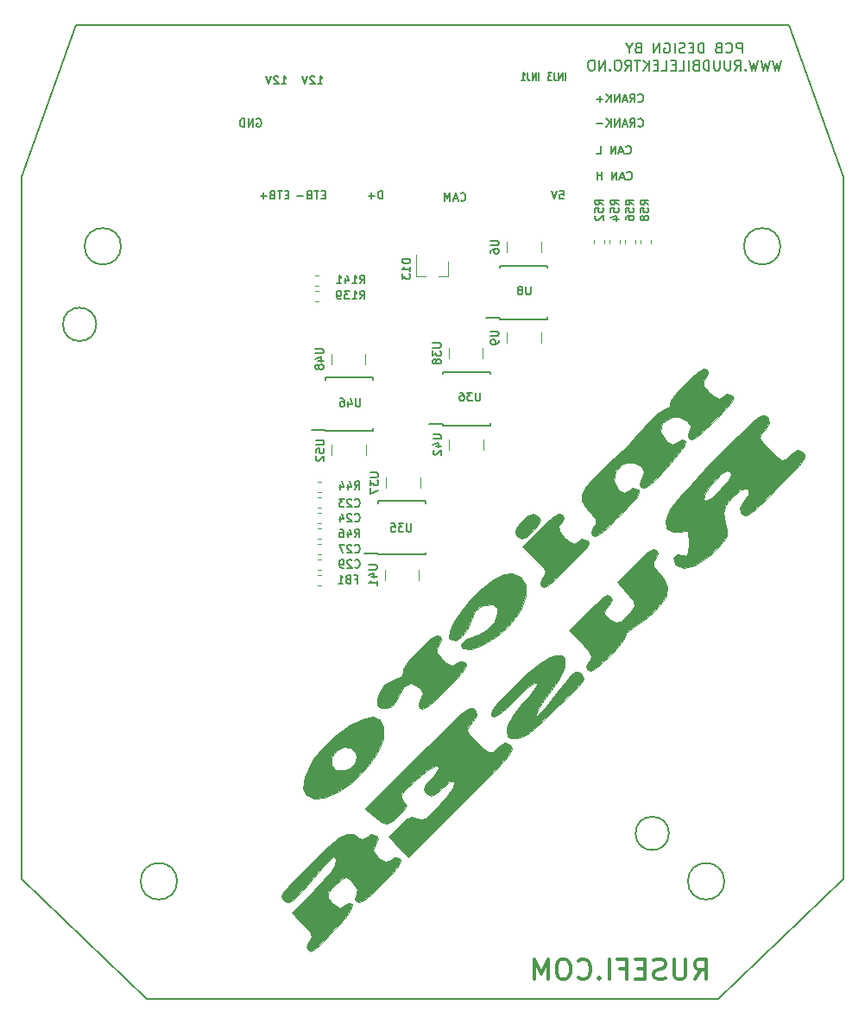
<source format=gbr>
G04 #@! TF.GenerationSoftware,KiCad,Pcbnew,(5.1.0-rc2-21-g16b3c80a7)*
G04 #@! TF.CreationDate,2019-06-05T23:58:20+02:00*
G04 #@! TF.ProjectId,microRusEfi,6d696372-6f52-4757-9345-66692e6b6963,R0.1*
G04 #@! TF.SameCoordinates,Original*
G04 #@! TF.FileFunction,Legend,Bot*
G04 #@! TF.FilePolarity,Positive*
%FSLAX46Y46*%
G04 Gerber Fmt 4.6, Leading zero omitted, Abs format (unit mm)*
G04 Created by KiCad (PCBNEW (5.1.0-rc2-21-g16b3c80a7)) date 2019-06-05 23:58:20*
%MOMM*%
%LPD*%
G04 APERTURE LIST*
%ADD10C,0.130000*%
%ADD11C,0.200000*%
%ADD12C,0.300000*%
%ADD13C,0.120000*%
%ADD14C,0.010000*%
%ADD15C,0.150000*%
G04 APERTURE END LIST*
D10*
X73928571Y-26061904D02*
X73928571Y-25261904D01*
X73642857Y-26061904D02*
X73642857Y-25261904D01*
X73300000Y-26061904D01*
X73300000Y-25261904D01*
X72842857Y-25261904D02*
X72842857Y-25833333D01*
X72871428Y-25947619D01*
X72928571Y-26023809D01*
X73014285Y-26061904D01*
X73071428Y-26061904D01*
X72614285Y-25261904D02*
X72242857Y-25261904D01*
X72442857Y-25566666D01*
X72357142Y-25566666D01*
X72300000Y-25604761D01*
X72271428Y-25642857D01*
X72242857Y-25719047D01*
X72242857Y-25909523D01*
X72271428Y-25985714D01*
X72300000Y-26023809D01*
X72357142Y-26061904D01*
X72528571Y-26061904D01*
X72585714Y-26023809D01*
X72614285Y-25985714D01*
X71328571Y-26061904D02*
X71328571Y-25261904D01*
X71042857Y-26061904D02*
X71042857Y-25261904D01*
X70700000Y-26061904D01*
X70700000Y-25261904D01*
X70242857Y-25261904D02*
X70242857Y-25833333D01*
X70271428Y-25947619D01*
X70328571Y-26023809D01*
X70414285Y-26061904D01*
X70471428Y-26061904D01*
X69642857Y-26061904D02*
X69985714Y-26061904D01*
X69814285Y-26061904D02*
X69814285Y-25261904D01*
X69871428Y-25376190D01*
X69928571Y-25452380D01*
X69985714Y-25490476D01*
X50371428Y-37242857D02*
X50104761Y-37242857D01*
X49990476Y-37661904D02*
X50371428Y-37661904D01*
X50371428Y-36861904D01*
X49990476Y-36861904D01*
X49761904Y-36861904D02*
X49304761Y-36861904D01*
X49533333Y-37661904D02*
X49533333Y-36861904D01*
X48771428Y-37242857D02*
X48657142Y-37280952D01*
X48619047Y-37319047D01*
X48580952Y-37395238D01*
X48580952Y-37509523D01*
X48619047Y-37585714D01*
X48657142Y-37623809D01*
X48733333Y-37661904D01*
X49038095Y-37661904D01*
X49038095Y-36861904D01*
X48771428Y-36861904D01*
X48695238Y-36900000D01*
X48657142Y-36938095D01*
X48619047Y-37014285D01*
X48619047Y-37090476D01*
X48657142Y-37166666D01*
X48695238Y-37204761D01*
X48771428Y-37242857D01*
X49038095Y-37242857D01*
X48238095Y-37357142D02*
X47628571Y-37357142D01*
X46771428Y-37242857D02*
X46504761Y-37242857D01*
X46390476Y-37661904D02*
X46771428Y-37661904D01*
X46771428Y-36861904D01*
X46390476Y-36861904D01*
X46161904Y-36861904D02*
X45704761Y-36861904D01*
X45933333Y-37661904D02*
X45933333Y-36861904D01*
X45171428Y-37242857D02*
X45057142Y-37280952D01*
X45019047Y-37319047D01*
X44980952Y-37395238D01*
X44980952Y-37509523D01*
X45019047Y-37585714D01*
X45057142Y-37623809D01*
X45133333Y-37661904D01*
X45438095Y-37661904D01*
X45438095Y-36861904D01*
X45171428Y-36861904D01*
X45095238Y-36900000D01*
X45057142Y-36938095D01*
X45019047Y-37014285D01*
X45019047Y-37090476D01*
X45057142Y-37166666D01*
X45095238Y-37204761D01*
X45171428Y-37242857D01*
X45438095Y-37242857D01*
X44638095Y-37357142D02*
X44028571Y-37357142D01*
X44333333Y-37661904D02*
X44333333Y-37052380D01*
X56004761Y-37661904D02*
X56004761Y-36861904D01*
X55814285Y-36861904D01*
X55700000Y-36900000D01*
X55623809Y-36976190D01*
X55585714Y-37052380D01*
X55547619Y-37204761D01*
X55547619Y-37319047D01*
X55585714Y-37471428D01*
X55623809Y-37547619D01*
X55700000Y-37623809D01*
X55814285Y-37661904D01*
X56004761Y-37661904D01*
X55204761Y-37357142D02*
X54595238Y-37357142D01*
X54900000Y-37661904D02*
X54900000Y-37052380D01*
X63652380Y-37785714D02*
X63690476Y-37823809D01*
X63804761Y-37861904D01*
X63880952Y-37861904D01*
X63995238Y-37823809D01*
X64071428Y-37747619D01*
X64109523Y-37671428D01*
X64147619Y-37519047D01*
X64147619Y-37404761D01*
X64109523Y-37252380D01*
X64071428Y-37176190D01*
X63995238Y-37100000D01*
X63880952Y-37061904D01*
X63804761Y-37061904D01*
X63690476Y-37100000D01*
X63652380Y-37138095D01*
X63347619Y-37633333D02*
X62966666Y-37633333D01*
X63423809Y-37861904D02*
X63157142Y-37061904D01*
X62890476Y-37861904D01*
X62623809Y-37861904D02*
X62623809Y-37061904D01*
X62357142Y-37633333D01*
X62090476Y-37061904D01*
X62090476Y-37861904D01*
X73352380Y-36861904D02*
X73733333Y-36861904D01*
X73771428Y-37242857D01*
X73733333Y-37204761D01*
X73657142Y-37166666D01*
X73466666Y-37166666D01*
X73390476Y-37204761D01*
X73352380Y-37242857D01*
X73314285Y-37319047D01*
X73314285Y-37509523D01*
X73352380Y-37585714D01*
X73390476Y-37623809D01*
X73466666Y-37661904D01*
X73657142Y-37661904D01*
X73733333Y-37623809D01*
X73771428Y-37585714D01*
X73085714Y-36861904D02*
X72819047Y-37661904D01*
X72552380Y-36861904D01*
D11*
X20600000Y-35538500D02*
X25895900Y-20600000D01*
X32844596Y-116072400D02*
X20601600Y-104381342D01*
X101188000Y-35538500D02*
X95841300Y-20600000D01*
X101189600Y-104381342D02*
X88946604Y-116072400D01*
D10*
X79978095Y-35718714D02*
X80016190Y-35756809D01*
X80130476Y-35794904D01*
X80206666Y-35794904D01*
X80320952Y-35756809D01*
X80397142Y-35680619D01*
X80435238Y-35604428D01*
X80473333Y-35452047D01*
X80473333Y-35337761D01*
X80435238Y-35185380D01*
X80397142Y-35109190D01*
X80320952Y-35033000D01*
X80206666Y-34994904D01*
X80130476Y-34994904D01*
X80016190Y-35033000D01*
X79978095Y-35071095D01*
X79673333Y-35566333D02*
X79292380Y-35566333D01*
X79749523Y-35794904D02*
X79482857Y-34994904D01*
X79216190Y-35794904D01*
X78949523Y-35794904D02*
X78949523Y-34994904D01*
X78492380Y-35794904D01*
X78492380Y-34994904D01*
X77501904Y-35794904D02*
X77501904Y-34994904D01*
X77501904Y-35375857D02*
X77044761Y-35375857D01*
X77044761Y-35794904D02*
X77044761Y-34994904D01*
X79882857Y-33178714D02*
X79920952Y-33216809D01*
X80035238Y-33254904D01*
X80111428Y-33254904D01*
X80225714Y-33216809D01*
X80301904Y-33140619D01*
X80340000Y-33064428D01*
X80378095Y-32912047D01*
X80378095Y-32797761D01*
X80340000Y-32645380D01*
X80301904Y-32569190D01*
X80225714Y-32493000D01*
X80111428Y-32454904D01*
X80035238Y-32454904D01*
X79920952Y-32493000D01*
X79882857Y-32531095D01*
X79578095Y-33026333D02*
X79197142Y-33026333D01*
X79654285Y-33254904D02*
X79387619Y-32454904D01*
X79120952Y-33254904D01*
X78854285Y-33254904D02*
X78854285Y-32454904D01*
X78397142Y-33254904D01*
X78397142Y-32454904D01*
X77025714Y-33254904D02*
X77406666Y-33254904D01*
X77406666Y-32454904D01*
X81057523Y-30511714D02*
X81095619Y-30549809D01*
X81209904Y-30587904D01*
X81286095Y-30587904D01*
X81400380Y-30549809D01*
X81476571Y-30473619D01*
X81514666Y-30397428D01*
X81552761Y-30245047D01*
X81552761Y-30130761D01*
X81514666Y-29978380D01*
X81476571Y-29902190D01*
X81400380Y-29826000D01*
X81286095Y-29787904D01*
X81209904Y-29787904D01*
X81095619Y-29826000D01*
X81057523Y-29864095D01*
X80257523Y-30587904D02*
X80524190Y-30206952D01*
X80714666Y-30587904D02*
X80714666Y-29787904D01*
X80409904Y-29787904D01*
X80333714Y-29826000D01*
X80295619Y-29864095D01*
X80257523Y-29940285D01*
X80257523Y-30054571D01*
X80295619Y-30130761D01*
X80333714Y-30168857D01*
X80409904Y-30206952D01*
X80714666Y-30206952D01*
X79952761Y-30359333D02*
X79571809Y-30359333D01*
X80028952Y-30587904D02*
X79762285Y-29787904D01*
X79495619Y-30587904D01*
X79228952Y-30587904D02*
X79228952Y-29787904D01*
X78771809Y-30587904D01*
X78771809Y-29787904D01*
X78390857Y-30587904D02*
X78390857Y-29787904D01*
X77933714Y-30587904D02*
X78276571Y-30130761D01*
X77933714Y-29787904D02*
X78390857Y-30245047D01*
X77590857Y-30283142D02*
X76981333Y-30283142D01*
X81057523Y-28098714D02*
X81095619Y-28136809D01*
X81209904Y-28174904D01*
X81286095Y-28174904D01*
X81400380Y-28136809D01*
X81476571Y-28060619D01*
X81514666Y-27984428D01*
X81552761Y-27832047D01*
X81552761Y-27717761D01*
X81514666Y-27565380D01*
X81476571Y-27489190D01*
X81400380Y-27413000D01*
X81286095Y-27374904D01*
X81209904Y-27374904D01*
X81095619Y-27413000D01*
X81057523Y-27451095D01*
X80257523Y-28174904D02*
X80524190Y-27793952D01*
X80714666Y-28174904D02*
X80714666Y-27374904D01*
X80409904Y-27374904D01*
X80333714Y-27413000D01*
X80295619Y-27451095D01*
X80257523Y-27527285D01*
X80257523Y-27641571D01*
X80295619Y-27717761D01*
X80333714Y-27755857D01*
X80409904Y-27793952D01*
X80714666Y-27793952D01*
X79952761Y-27946333D02*
X79571809Y-27946333D01*
X80028952Y-28174904D02*
X79762285Y-27374904D01*
X79495619Y-28174904D01*
X79228952Y-28174904D02*
X79228952Y-27374904D01*
X78771809Y-28174904D01*
X78771809Y-27374904D01*
X78390857Y-28174904D02*
X78390857Y-27374904D01*
X77933714Y-28174904D02*
X78276571Y-27717761D01*
X77933714Y-27374904D02*
X78390857Y-27832047D01*
X77590857Y-27870142D02*
X76981333Y-27870142D01*
X77286095Y-28174904D02*
X77286095Y-27565380D01*
X43662523Y-29826000D02*
X43738714Y-29787904D01*
X43853000Y-29787904D01*
X43967285Y-29826000D01*
X44043476Y-29902190D01*
X44081571Y-29978380D01*
X44119666Y-30130761D01*
X44119666Y-30245047D01*
X44081571Y-30397428D01*
X44043476Y-30473619D01*
X43967285Y-30549809D01*
X43853000Y-30587904D01*
X43776809Y-30587904D01*
X43662523Y-30549809D01*
X43624428Y-30511714D01*
X43624428Y-30245047D01*
X43776809Y-30245047D01*
X43281571Y-30587904D02*
X43281571Y-29787904D01*
X42824428Y-30587904D01*
X42824428Y-29787904D01*
X42443476Y-30587904D02*
X42443476Y-29787904D01*
X42253000Y-29787904D01*
X42138714Y-29826000D01*
X42062523Y-29902190D01*
X42024428Y-29978380D01*
X41986333Y-30130761D01*
X41986333Y-30245047D01*
X42024428Y-30397428D01*
X42062523Y-30473619D01*
X42138714Y-30549809D01*
X42253000Y-30587904D01*
X42443476Y-30587904D01*
X49644238Y-26396904D02*
X50101380Y-26396904D01*
X49872809Y-26396904D02*
X49872809Y-25596904D01*
X49949000Y-25711190D01*
X50025190Y-25787380D01*
X50101380Y-25825476D01*
X49339476Y-25673095D02*
X49301380Y-25635000D01*
X49225190Y-25596904D01*
X49034714Y-25596904D01*
X48958523Y-25635000D01*
X48920428Y-25673095D01*
X48882333Y-25749285D01*
X48882333Y-25825476D01*
X48920428Y-25939761D01*
X49377571Y-26396904D01*
X48882333Y-26396904D01*
X48653761Y-25596904D02*
X48387095Y-26396904D01*
X48120428Y-25596904D01*
X46088238Y-26396904D02*
X46545380Y-26396904D01*
X46316809Y-26396904D02*
X46316809Y-25596904D01*
X46393000Y-25711190D01*
X46469190Y-25787380D01*
X46545380Y-25825476D01*
X45783476Y-25673095D02*
X45745380Y-25635000D01*
X45669190Y-25596904D01*
X45478714Y-25596904D01*
X45402523Y-25635000D01*
X45364428Y-25673095D01*
X45326333Y-25749285D01*
X45326333Y-25825476D01*
X45364428Y-25939761D01*
X45821571Y-26396904D01*
X45326333Y-26396904D01*
X45097761Y-25596904D02*
X44831095Y-26396904D01*
X44564428Y-25596904D01*
D12*
X86594714Y-114189561D02*
X87261380Y-113237180D01*
X87737571Y-114189561D02*
X87737571Y-112189561D01*
X86975666Y-112189561D01*
X86785190Y-112284800D01*
X86689952Y-112380038D01*
X86594714Y-112570514D01*
X86594714Y-112856228D01*
X86689952Y-113046704D01*
X86785190Y-113141942D01*
X86975666Y-113237180D01*
X87737571Y-113237180D01*
X85737571Y-112189561D02*
X85737571Y-113808609D01*
X85642333Y-113999085D01*
X85547095Y-114094323D01*
X85356619Y-114189561D01*
X84975666Y-114189561D01*
X84785190Y-114094323D01*
X84689952Y-113999085D01*
X84594714Y-113808609D01*
X84594714Y-112189561D01*
X83737571Y-114094323D02*
X83451857Y-114189561D01*
X82975666Y-114189561D01*
X82785190Y-114094323D01*
X82689952Y-113999085D01*
X82594714Y-113808609D01*
X82594714Y-113618133D01*
X82689952Y-113427657D01*
X82785190Y-113332419D01*
X82975666Y-113237180D01*
X83356619Y-113141942D01*
X83547095Y-113046704D01*
X83642333Y-112951466D01*
X83737571Y-112760990D01*
X83737571Y-112570514D01*
X83642333Y-112380038D01*
X83547095Y-112284800D01*
X83356619Y-112189561D01*
X82880428Y-112189561D01*
X82594714Y-112284800D01*
X81737571Y-113141942D02*
X81070904Y-113141942D01*
X80785190Y-114189561D02*
X81737571Y-114189561D01*
X81737571Y-112189561D01*
X80785190Y-112189561D01*
X79261380Y-113141942D02*
X79928047Y-113141942D01*
X79928047Y-114189561D02*
X79928047Y-112189561D01*
X78975666Y-112189561D01*
X78213761Y-114189561D02*
X78213761Y-112189561D01*
X77261380Y-113999085D02*
X77166142Y-114094323D01*
X77261380Y-114189561D01*
X77356619Y-114094323D01*
X77261380Y-113999085D01*
X77261380Y-114189561D01*
X75166142Y-113999085D02*
X75261380Y-114094323D01*
X75547095Y-114189561D01*
X75737571Y-114189561D01*
X76023285Y-114094323D01*
X76213761Y-113903847D01*
X76309000Y-113713371D01*
X76404238Y-113332419D01*
X76404238Y-113046704D01*
X76309000Y-112665752D01*
X76213761Y-112475276D01*
X76023285Y-112284800D01*
X75737571Y-112189561D01*
X75547095Y-112189561D01*
X75261380Y-112284800D01*
X75166142Y-112380038D01*
X73928047Y-112189561D02*
X73547095Y-112189561D01*
X73356619Y-112284800D01*
X73166142Y-112475276D01*
X73070904Y-112856228D01*
X73070904Y-113522895D01*
X73166142Y-113903847D01*
X73356619Y-114094323D01*
X73547095Y-114189561D01*
X73928047Y-114189561D01*
X74118523Y-114094323D01*
X74309000Y-113903847D01*
X74404238Y-113522895D01*
X74404238Y-112856228D01*
X74309000Y-112475276D01*
X74118523Y-112284800D01*
X73928047Y-112189561D01*
X72213761Y-114189561D02*
X72213761Y-112189561D01*
X71547095Y-113618133D01*
X70880428Y-112189561D01*
X70880428Y-114189561D01*
D11*
X91266257Y-23351380D02*
X91266257Y-22351380D01*
X90885304Y-22351380D01*
X90790066Y-22399000D01*
X90742447Y-22446619D01*
X90694828Y-22541857D01*
X90694828Y-22684714D01*
X90742447Y-22779952D01*
X90790066Y-22827571D01*
X90885304Y-22875190D01*
X91266257Y-22875190D01*
X89694828Y-23256142D02*
X89742447Y-23303761D01*
X89885304Y-23351380D01*
X89980542Y-23351380D01*
X90123400Y-23303761D01*
X90218638Y-23208523D01*
X90266257Y-23113285D01*
X90313876Y-22922809D01*
X90313876Y-22779952D01*
X90266257Y-22589476D01*
X90218638Y-22494238D01*
X90123400Y-22399000D01*
X89980542Y-22351380D01*
X89885304Y-22351380D01*
X89742447Y-22399000D01*
X89694828Y-22446619D01*
X88932923Y-22827571D02*
X88790066Y-22875190D01*
X88742447Y-22922809D01*
X88694828Y-23018047D01*
X88694828Y-23160904D01*
X88742447Y-23256142D01*
X88790066Y-23303761D01*
X88885304Y-23351380D01*
X89266257Y-23351380D01*
X89266257Y-22351380D01*
X88932923Y-22351380D01*
X88837685Y-22399000D01*
X88790066Y-22446619D01*
X88742447Y-22541857D01*
X88742447Y-22637095D01*
X88790066Y-22732333D01*
X88837685Y-22779952D01*
X88932923Y-22827571D01*
X89266257Y-22827571D01*
X87504352Y-23351380D02*
X87504352Y-22351380D01*
X87266257Y-22351380D01*
X87123400Y-22399000D01*
X87028161Y-22494238D01*
X86980542Y-22589476D01*
X86932923Y-22779952D01*
X86932923Y-22922809D01*
X86980542Y-23113285D01*
X87028161Y-23208523D01*
X87123400Y-23303761D01*
X87266257Y-23351380D01*
X87504352Y-23351380D01*
X86504352Y-22827571D02*
X86171019Y-22827571D01*
X86028161Y-23351380D02*
X86504352Y-23351380D01*
X86504352Y-22351380D01*
X86028161Y-22351380D01*
X85647209Y-23303761D02*
X85504352Y-23351380D01*
X85266257Y-23351380D01*
X85171019Y-23303761D01*
X85123400Y-23256142D01*
X85075780Y-23160904D01*
X85075780Y-23065666D01*
X85123400Y-22970428D01*
X85171019Y-22922809D01*
X85266257Y-22875190D01*
X85456733Y-22827571D01*
X85551971Y-22779952D01*
X85599590Y-22732333D01*
X85647209Y-22637095D01*
X85647209Y-22541857D01*
X85599590Y-22446619D01*
X85551971Y-22399000D01*
X85456733Y-22351380D01*
X85218638Y-22351380D01*
X85075780Y-22399000D01*
X84647209Y-23351380D02*
X84647209Y-22351380D01*
X83647209Y-22399000D02*
X83742447Y-22351380D01*
X83885304Y-22351380D01*
X84028161Y-22399000D01*
X84123400Y-22494238D01*
X84171019Y-22589476D01*
X84218638Y-22779952D01*
X84218638Y-22922809D01*
X84171019Y-23113285D01*
X84123400Y-23208523D01*
X84028161Y-23303761D01*
X83885304Y-23351380D01*
X83790066Y-23351380D01*
X83647209Y-23303761D01*
X83599590Y-23256142D01*
X83599590Y-22922809D01*
X83790066Y-22922809D01*
X83171019Y-23351380D02*
X83171019Y-22351380D01*
X82599590Y-23351380D01*
X82599590Y-22351380D01*
X81028161Y-22827571D02*
X80885304Y-22875190D01*
X80837685Y-22922809D01*
X80790066Y-23018047D01*
X80790066Y-23160904D01*
X80837685Y-23256142D01*
X80885304Y-23303761D01*
X80980542Y-23351380D01*
X81361495Y-23351380D01*
X81361495Y-22351380D01*
X81028161Y-22351380D01*
X80932923Y-22399000D01*
X80885304Y-22446619D01*
X80837685Y-22541857D01*
X80837685Y-22637095D01*
X80885304Y-22732333D01*
X80932923Y-22779952D01*
X81028161Y-22827571D01*
X81361495Y-22827571D01*
X80171019Y-22875190D02*
X80171019Y-23351380D01*
X80504352Y-22351380D02*
X80171019Y-22875190D01*
X79837685Y-22351380D01*
X95123400Y-24051380D02*
X94885304Y-25051380D01*
X94694828Y-24337095D01*
X94504352Y-25051380D01*
X94266257Y-24051380D01*
X93980542Y-24051380D02*
X93742447Y-25051380D01*
X93551971Y-24337095D01*
X93361495Y-25051380D01*
X93123400Y-24051380D01*
X92837685Y-24051380D02*
X92599590Y-25051380D01*
X92409114Y-24337095D01*
X92218638Y-25051380D01*
X91980542Y-24051380D01*
X91599590Y-24956142D02*
X91551971Y-25003761D01*
X91599590Y-25051380D01*
X91647209Y-25003761D01*
X91599590Y-24956142D01*
X91599590Y-25051380D01*
X90551971Y-25051380D02*
X90885304Y-24575190D01*
X91123400Y-25051380D02*
X91123400Y-24051380D01*
X90742447Y-24051380D01*
X90647209Y-24099000D01*
X90599590Y-24146619D01*
X90551971Y-24241857D01*
X90551971Y-24384714D01*
X90599590Y-24479952D01*
X90647209Y-24527571D01*
X90742447Y-24575190D01*
X91123400Y-24575190D01*
X90123400Y-24051380D02*
X90123400Y-24860904D01*
X90075780Y-24956142D01*
X90028161Y-25003761D01*
X89932923Y-25051380D01*
X89742447Y-25051380D01*
X89647209Y-25003761D01*
X89599590Y-24956142D01*
X89551971Y-24860904D01*
X89551971Y-24051380D01*
X89075780Y-24051380D02*
X89075780Y-24860904D01*
X89028161Y-24956142D01*
X88980542Y-25003761D01*
X88885304Y-25051380D01*
X88694828Y-25051380D01*
X88599590Y-25003761D01*
X88551971Y-24956142D01*
X88504352Y-24860904D01*
X88504352Y-24051380D01*
X88028161Y-25051380D02*
X88028161Y-24051380D01*
X87790066Y-24051380D01*
X87647209Y-24099000D01*
X87551971Y-24194238D01*
X87504352Y-24289476D01*
X87456733Y-24479952D01*
X87456733Y-24622809D01*
X87504352Y-24813285D01*
X87551971Y-24908523D01*
X87647209Y-25003761D01*
X87790066Y-25051380D01*
X88028161Y-25051380D01*
X86694828Y-24527571D02*
X86551971Y-24575190D01*
X86504352Y-24622809D01*
X86456733Y-24718047D01*
X86456733Y-24860904D01*
X86504352Y-24956142D01*
X86551971Y-25003761D01*
X86647209Y-25051380D01*
X87028161Y-25051380D01*
X87028161Y-24051380D01*
X86694828Y-24051380D01*
X86599590Y-24099000D01*
X86551971Y-24146619D01*
X86504352Y-24241857D01*
X86504352Y-24337095D01*
X86551971Y-24432333D01*
X86599590Y-24479952D01*
X86694828Y-24527571D01*
X87028161Y-24527571D01*
X86028161Y-25051380D02*
X86028161Y-24051380D01*
X85075780Y-25051380D02*
X85551971Y-25051380D01*
X85551971Y-24051380D01*
X84742447Y-24527571D02*
X84409114Y-24527571D01*
X84266257Y-25051380D02*
X84742447Y-25051380D01*
X84742447Y-24051380D01*
X84266257Y-24051380D01*
X83361495Y-25051380D02*
X83837685Y-25051380D01*
X83837685Y-24051380D01*
X83028161Y-24527571D02*
X82694828Y-24527571D01*
X82551971Y-25051380D02*
X83028161Y-25051380D01*
X83028161Y-24051380D01*
X82551971Y-24051380D01*
X82123400Y-25051380D02*
X82123400Y-24051380D01*
X81551971Y-25051380D02*
X81980542Y-24479952D01*
X81551971Y-24051380D02*
X82123400Y-24622809D01*
X81266257Y-24051380D02*
X80694828Y-24051380D01*
X80980542Y-25051380D02*
X80980542Y-24051380D01*
X79790066Y-25051380D02*
X80123400Y-24575190D01*
X80361495Y-25051380D02*
X80361495Y-24051380D01*
X79980542Y-24051380D01*
X79885304Y-24099000D01*
X79837685Y-24146619D01*
X79790066Y-24241857D01*
X79790066Y-24384714D01*
X79837685Y-24479952D01*
X79885304Y-24527571D01*
X79980542Y-24575190D01*
X80361495Y-24575190D01*
X79171019Y-24051380D02*
X78980542Y-24051380D01*
X78885304Y-24099000D01*
X78790066Y-24194238D01*
X78742447Y-24384714D01*
X78742447Y-24718047D01*
X78790066Y-24908523D01*
X78885304Y-25003761D01*
X78980542Y-25051380D01*
X79171019Y-25051380D01*
X79266257Y-25003761D01*
X79361495Y-24908523D01*
X79409114Y-24718047D01*
X79409114Y-24384714D01*
X79361495Y-24194238D01*
X79266257Y-24099000D01*
X79171019Y-24051380D01*
X78313876Y-24956142D02*
X78266257Y-25003761D01*
X78313876Y-25051380D01*
X78361495Y-25003761D01*
X78313876Y-24956142D01*
X78313876Y-25051380D01*
X77837685Y-25051380D02*
X77837685Y-24051380D01*
X77266257Y-25051380D01*
X77266257Y-24051380D01*
X76599590Y-24051380D02*
X76409114Y-24051380D01*
X76313876Y-24099000D01*
X76218638Y-24194238D01*
X76171019Y-24384714D01*
X76171019Y-24718047D01*
X76218638Y-24908523D01*
X76313876Y-25003761D01*
X76409114Y-25051380D01*
X76599590Y-25051380D01*
X76694828Y-25003761D01*
X76790066Y-24908523D01*
X76837685Y-24718047D01*
X76837685Y-24384714D01*
X76790066Y-24194238D01*
X76694828Y-24099000D01*
X76599590Y-24051380D01*
X25895900Y-20600000D02*
X95841300Y-20600000D01*
X101188000Y-35538500D02*
X101189600Y-104381342D01*
X20600000Y-35538500D02*
X20601600Y-104381342D01*
X84085800Y-99870300D02*
G75*
G03X84085800Y-99870300I-1638300J0D01*
G01*
X32844596Y-116072400D02*
X88946604Y-116072400D01*
X27926400Y-49959301D02*
G75*
G03X27926400Y-49959301I-1638300J0D01*
G01*
X89521400Y-104569300D02*
G75*
G03X89521400Y-104569300I-1790700J0D01*
G01*
X95020499Y-42301200D02*
G75*
G03X95020499Y-42301200I-1790700J0D01*
G01*
X30352101Y-42301200D02*
G75*
G03X30352101Y-42301200I-1790700J0D01*
G01*
X35851200Y-104569300D02*
G75*
G03X35851200Y-104569300I-1790700J0D01*
G01*
D13*
X62413000Y-45273500D02*
X62413000Y-43813500D01*
X59253000Y-45273500D02*
X59253000Y-43113500D01*
X59253000Y-45273500D02*
X60183000Y-45273500D01*
X62413000Y-45273500D02*
X61483000Y-45273500D01*
D14*
G36*
X84797904Y-56738937D02*
G01*
X84280548Y-57445596D01*
X84209508Y-57774685D01*
X84153481Y-58067054D01*
X83664793Y-58276026D01*
X82892853Y-58745996D01*
X81939647Y-59678408D01*
X81600996Y-60078728D01*
X80742368Y-61094188D01*
X79925823Y-61984992D01*
X79554757Y-62349641D01*
X77865206Y-63901735D01*
X76667257Y-65083232D01*
X75915719Y-65981430D01*
X75565404Y-66683621D01*
X75571121Y-67277105D01*
X75887682Y-67849174D01*
X76409191Y-68426142D01*
X76915872Y-69070891D01*
X76880642Y-69542900D01*
X76717185Y-69739583D01*
X76466856Y-70301863D01*
X76592460Y-70612664D01*
X76862496Y-70707720D01*
X77295511Y-70502116D01*
X77990974Y-69924802D01*
X79048355Y-68904728D01*
X79211701Y-68741777D01*
X80292398Y-67631917D01*
X80921413Y-66896465D01*
X81169795Y-66435952D01*
X81108595Y-66150911D01*
X81082588Y-66122536D01*
X80569892Y-66025774D01*
X80209507Y-66247262D01*
X79674728Y-66492527D01*
X79081626Y-66117188D01*
X78680114Y-65298328D01*
X78837617Y-64416680D01*
X79476847Y-63714290D01*
X79911614Y-63517961D01*
X80707138Y-63510425D01*
X81350183Y-63866381D01*
X81663244Y-64415568D01*
X81468809Y-64987730D01*
X81456765Y-65000004D01*
X81207230Y-65570372D01*
X81341750Y-65882796D01*
X81602420Y-65993878D01*
X81993392Y-65816035D01*
X82617688Y-65272212D01*
X83578328Y-64285351D01*
X83816136Y-64032040D01*
X84979270Y-62715544D01*
X85600536Y-61830181D01*
X85698098Y-61382299D01*
X85330914Y-61245755D01*
X84969874Y-61486894D01*
X84476227Y-61756075D01*
X83918527Y-61464043D01*
X83718638Y-61275040D01*
X83259107Y-60446576D01*
X83446543Y-59665370D01*
X84230991Y-59088697D01*
X84435719Y-59017546D01*
X85153694Y-59030218D01*
X85802831Y-59371193D01*
X86182043Y-59872364D01*
X86090252Y-60365629D01*
X86071619Y-60385150D01*
X85940581Y-60915543D01*
X86071619Y-61133505D01*
X86349212Y-61230049D01*
X86793223Y-61015023D01*
X87505906Y-60416850D01*
X88566134Y-59387344D01*
X89610215Y-58311312D01*
X90200859Y-57604370D01*
X90409641Y-57164259D01*
X90312295Y-56892829D01*
X89799600Y-56796067D01*
X89439215Y-57017554D01*
X88997696Y-57263744D01*
X88477685Y-57021215D01*
X88067231Y-56643377D01*
X87521294Y-55985823D01*
X87496367Y-55525158D01*
X87693054Y-55271392D01*
X87943383Y-54709114D01*
X87817779Y-54398313D01*
X87511792Y-54297706D01*
X87026195Y-54550598D01*
X86249566Y-55229082D01*
X85697441Y-55770296D01*
X84797904Y-56738937D01*
X84797904Y-56738937D01*
G37*
X84797904Y-56738937D02*
X84280548Y-57445596D01*
X84209508Y-57774685D01*
X84153481Y-58067054D01*
X83664793Y-58276026D01*
X82892853Y-58745996D01*
X81939647Y-59678408D01*
X81600996Y-60078728D01*
X80742368Y-61094188D01*
X79925823Y-61984992D01*
X79554757Y-62349641D01*
X77865206Y-63901735D01*
X76667257Y-65083232D01*
X75915719Y-65981430D01*
X75565404Y-66683621D01*
X75571121Y-67277105D01*
X75887682Y-67849174D01*
X76409191Y-68426142D01*
X76915872Y-69070891D01*
X76880642Y-69542900D01*
X76717185Y-69739583D01*
X76466856Y-70301863D01*
X76592460Y-70612664D01*
X76862496Y-70707720D01*
X77295511Y-70502116D01*
X77990974Y-69924802D01*
X79048355Y-68904728D01*
X79211701Y-68741777D01*
X80292398Y-67631917D01*
X80921413Y-66896465D01*
X81169795Y-66435952D01*
X81108595Y-66150911D01*
X81082588Y-66122536D01*
X80569892Y-66025774D01*
X80209507Y-66247262D01*
X79674728Y-66492527D01*
X79081626Y-66117188D01*
X78680114Y-65298328D01*
X78837617Y-64416680D01*
X79476847Y-63714290D01*
X79911614Y-63517961D01*
X80707138Y-63510425D01*
X81350183Y-63866381D01*
X81663244Y-64415568D01*
X81468809Y-64987730D01*
X81456765Y-65000004D01*
X81207230Y-65570372D01*
X81341750Y-65882796D01*
X81602420Y-65993878D01*
X81993392Y-65816035D01*
X82617688Y-65272212D01*
X83578328Y-64285351D01*
X83816136Y-64032040D01*
X84979270Y-62715544D01*
X85600536Y-61830181D01*
X85698098Y-61382299D01*
X85330914Y-61245755D01*
X84969874Y-61486894D01*
X84476227Y-61756075D01*
X83918527Y-61464043D01*
X83718638Y-61275040D01*
X83259107Y-60446576D01*
X83446543Y-59665370D01*
X84230991Y-59088697D01*
X84435719Y-59017546D01*
X85153694Y-59030218D01*
X85802831Y-59371193D01*
X86182043Y-59872364D01*
X86090252Y-60365629D01*
X86071619Y-60385150D01*
X85940581Y-60915543D01*
X86071619Y-61133505D01*
X86349212Y-61230049D01*
X86793223Y-61015023D01*
X87505906Y-60416850D01*
X88566134Y-59387344D01*
X89610215Y-58311312D01*
X90200859Y-57604370D01*
X90409641Y-57164259D01*
X90312295Y-56892829D01*
X89799600Y-56796067D01*
X89439215Y-57017554D01*
X88997696Y-57263744D01*
X88477685Y-57021215D01*
X88067231Y-56643377D01*
X87521294Y-55985823D01*
X87496367Y-55525158D01*
X87693054Y-55271392D01*
X87943383Y-54709114D01*
X87817779Y-54398313D01*
X87511792Y-54297706D01*
X87026195Y-54550598D01*
X86249566Y-55229082D01*
X85697441Y-55770296D01*
X84797904Y-56738937D01*
G36*
X70979799Y-72982454D02*
G01*
X71701643Y-73756831D01*
X71963263Y-74241432D01*
X71838213Y-74607881D01*
X71728154Y-74728614D01*
X71477825Y-75290894D01*
X71603428Y-75601695D01*
X71873465Y-75696751D01*
X72306480Y-75491147D01*
X73001943Y-74913833D01*
X74059323Y-73893759D01*
X74222669Y-73730808D01*
X75303367Y-72620948D01*
X75932382Y-71885496D01*
X76180764Y-71424984D01*
X76119564Y-71139942D01*
X76093556Y-71111567D01*
X75580862Y-71014805D01*
X75220475Y-71236293D01*
X74778957Y-71482483D01*
X74258947Y-71239954D01*
X73848492Y-70862115D01*
X73302554Y-70204562D01*
X73277627Y-69743897D01*
X73474314Y-69490132D01*
X73724644Y-68927853D01*
X73599041Y-68617051D01*
X73293053Y-68516446D01*
X72807456Y-68769337D01*
X72030827Y-69447821D01*
X71478703Y-69989034D01*
X69732541Y-71735196D01*
X70979799Y-72982454D01*
X70979799Y-72982454D01*
G37*
X70979799Y-72982454D02*
X71701643Y-73756831D01*
X71963263Y-74241432D01*
X71838213Y-74607881D01*
X71728154Y-74728614D01*
X71477825Y-75290894D01*
X71603428Y-75601695D01*
X71873465Y-75696751D01*
X72306480Y-75491147D01*
X73001943Y-74913833D01*
X74059323Y-73893759D01*
X74222669Y-73730808D01*
X75303367Y-72620948D01*
X75932382Y-71885496D01*
X76180764Y-71424984D01*
X76119564Y-71139942D01*
X76093556Y-71111567D01*
X75580862Y-71014805D01*
X75220475Y-71236293D01*
X74778957Y-71482483D01*
X74258947Y-71239954D01*
X73848492Y-70862115D01*
X73302554Y-70204562D01*
X73277627Y-69743897D01*
X73474314Y-69490132D01*
X73724644Y-68927853D01*
X73599041Y-68617051D01*
X73293053Y-68516446D01*
X72807456Y-68769337D01*
X72030827Y-69447821D01*
X71478703Y-69989034D01*
X69732541Y-71735196D01*
X70979799Y-72982454D01*
G36*
X63761045Y-77993243D02*
G01*
X62998973Y-79097654D01*
X62556856Y-80047167D01*
X62538093Y-80718466D01*
X62620843Y-80837849D01*
X63176147Y-80996286D01*
X63804454Y-80550655D01*
X64412341Y-79582541D01*
X64619296Y-79092667D01*
X65067214Y-78132379D01*
X65576799Y-77638950D01*
X65968555Y-77479307D01*
X66799913Y-77418735D01*
X67229508Y-77769687D01*
X67286230Y-78384817D01*
X66998973Y-79116768D01*
X66396629Y-79818191D01*
X65508090Y-80341735D01*
X65399747Y-80380262D01*
X64287983Y-80844137D01*
X63720031Y-81287061D01*
X63761324Y-81651973D01*
X63864498Y-81719191D01*
X64726541Y-81803599D01*
X65845503Y-81408729D01*
X67075012Y-80634238D01*
X68268697Y-79579782D01*
X69280190Y-78345019D01*
X69609377Y-77807743D01*
X70054333Y-76555982D01*
X70005649Y-75482935D01*
X69528955Y-74718985D01*
X68689877Y-74394523D01*
X67940932Y-74492923D01*
X66933016Y-74983773D01*
X65831464Y-75812986D01*
X64739675Y-76857249D01*
X63761045Y-77993243D01*
X63761045Y-77993243D01*
G37*
X63761045Y-77993243D02*
X62998973Y-79097654D01*
X62556856Y-80047167D01*
X62538093Y-80718466D01*
X62620843Y-80837849D01*
X63176147Y-80996286D01*
X63804454Y-80550655D01*
X64412341Y-79582541D01*
X64619296Y-79092667D01*
X65067214Y-78132379D01*
X65576799Y-77638950D01*
X65968555Y-77479307D01*
X66799913Y-77418735D01*
X67229508Y-77769687D01*
X67286230Y-78384817D01*
X66998973Y-79116768D01*
X66396629Y-79818191D01*
X65508090Y-80341735D01*
X65399747Y-80380262D01*
X64287983Y-80844137D01*
X63720031Y-81287061D01*
X63761324Y-81651973D01*
X63864498Y-81719191D01*
X64726541Y-81803599D01*
X65845503Y-81408729D01*
X67075012Y-80634238D01*
X68268697Y-79579782D01*
X69280190Y-78345019D01*
X69609377Y-77807743D01*
X70054333Y-76555982D01*
X70005649Y-75482935D01*
X69528955Y-74718985D01*
X68689877Y-74394523D01*
X67940932Y-74492923D01*
X66933016Y-74983773D01*
X65831464Y-75812986D01*
X64739675Y-76857249D01*
X63761045Y-77993243D01*
G36*
X58563312Y-82985760D02*
G01*
X58047530Y-83730924D01*
X57990591Y-84047592D01*
X57956255Y-84402862D01*
X57362573Y-84675610D01*
X56168142Y-85330282D01*
X55546036Y-86397120D01*
X55483872Y-86701729D01*
X55456584Y-87335463D01*
X55796972Y-87534697D01*
X56205206Y-87551215D01*
X56841920Y-87456089D01*
X57248825Y-87018526D01*
X57497185Y-86482364D01*
X58106529Y-85474483D01*
X58802261Y-85145245D01*
X59554767Y-85507341D01*
X59621925Y-85571928D01*
X60001013Y-86178734D01*
X59754479Y-86702290D01*
X59504150Y-87264569D01*
X59629754Y-87575370D01*
X59899789Y-87670426D01*
X60332805Y-87464822D01*
X61028268Y-86887508D01*
X62085649Y-85867434D01*
X62248995Y-85704483D01*
X63329692Y-84594623D01*
X63958707Y-83859172D01*
X64207089Y-83398658D01*
X64145889Y-83113617D01*
X64119882Y-83085242D01*
X63607187Y-82988480D01*
X63246801Y-83209968D01*
X62805282Y-83456158D01*
X62285272Y-83213628D01*
X61874818Y-82835790D01*
X61328880Y-82178237D01*
X61303953Y-81717572D01*
X61500640Y-81463806D01*
X61750970Y-80901528D01*
X61625366Y-80590726D01*
X61317470Y-80489931D01*
X60829068Y-80745495D01*
X60048213Y-81429462D01*
X59525815Y-81941922D01*
X58563312Y-82985760D01*
X58563312Y-82985760D01*
G37*
X58563312Y-82985760D02*
X58047530Y-83730924D01*
X57990591Y-84047592D01*
X57956255Y-84402862D01*
X57362573Y-84675610D01*
X56168142Y-85330282D01*
X55546036Y-86397120D01*
X55483872Y-86701729D01*
X55456584Y-87335463D01*
X55796972Y-87534697D01*
X56205206Y-87551215D01*
X56841920Y-87456089D01*
X57248825Y-87018526D01*
X57497185Y-86482364D01*
X58106529Y-85474483D01*
X58802261Y-85145245D01*
X59554767Y-85507341D01*
X59621925Y-85571928D01*
X60001013Y-86178734D01*
X59754479Y-86702290D01*
X59504150Y-87264569D01*
X59629754Y-87575370D01*
X59899789Y-87670426D01*
X60332805Y-87464822D01*
X61028268Y-86887508D01*
X62085649Y-85867434D01*
X62248995Y-85704483D01*
X63329692Y-84594623D01*
X63958707Y-83859172D01*
X64207089Y-83398658D01*
X64145889Y-83113617D01*
X64119882Y-83085242D01*
X63607187Y-82988480D01*
X63246801Y-83209968D01*
X62805282Y-83456158D01*
X62285272Y-83213628D01*
X61874818Y-82835790D01*
X61328880Y-82178237D01*
X61303953Y-81717572D01*
X61500640Y-81463806D01*
X61750970Y-80901528D01*
X61625366Y-80590726D01*
X61317470Y-80489931D01*
X60829068Y-80745495D01*
X60048213Y-81429462D01*
X59525815Y-81941922D01*
X58563312Y-82985760D01*
G36*
X49238146Y-92610664D02*
G01*
X49045191Y-92910638D01*
X48361618Y-94346584D01*
X48223233Y-95434079D01*
X48550195Y-96152007D01*
X49262663Y-96479248D01*
X50280795Y-96394686D01*
X51524750Y-95877202D01*
X52914688Y-94905679D01*
X53732121Y-94150316D01*
X54612003Y-93183046D01*
X55340043Y-92248526D01*
X55595933Y-91844569D01*
X56047702Y-90605345D01*
X56092299Y-89463944D01*
X55730998Y-88665646D01*
X55678660Y-88647517D01*
X52873865Y-91452312D01*
X53337817Y-91969947D01*
X53418410Y-92439675D01*
X53281766Y-93113043D01*
X52739974Y-93521031D01*
X52245757Y-93694555D01*
X51403385Y-93700396D01*
X50975294Y-93187230D01*
X51023675Y-92439675D01*
X51497103Y-91687175D01*
X52187063Y-91358055D01*
X52873865Y-91452312D01*
X55678660Y-88647517D01*
X55024413Y-88420907D01*
X53999372Y-88643881D01*
X52782048Y-89254456D01*
X51498621Y-90172519D01*
X50275261Y-91317958D01*
X49238146Y-92610664D01*
X49238146Y-92610664D01*
G37*
X49238146Y-92610664D02*
X49045191Y-92910638D01*
X48361618Y-94346584D01*
X48223233Y-95434079D01*
X48550195Y-96152007D01*
X49262663Y-96479248D01*
X50280795Y-96394686D01*
X51524750Y-95877202D01*
X52914688Y-94905679D01*
X53732121Y-94150316D01*
X54612003Y-93183046D01*
X55340043Y-92248526D01*
X55595933Y-91844569D01*
X56047702Y-90605345D01*
X56092299Y-89463944D01*
X55730998Y-88665646D01*
X55678660Y-88647517D01*
X52873865Y-91452312D01*
X53337817Y-91969947D01*
X53418410Y-92439675D01*
X53281766Y-93113043D01*
X52739974Y-93521031D01*
X52245757Y-93694555D01*
X51403385Y-93700396D01*
X50975294Y-93187230D01*
X51023675Y-92439675D01*
X51497103Y-91687175D01*
X52187063Y-91358055D01*
X52873865Y-91452312D01*
X55678660Y-88647517D01*
X55024413Y-88420907D01*
X53999372Y-88643881D01*
X52782048Y-89254456D01*
X51498621Y-90172519D01*
X50275261Y-91317958D01*
X49238146Y-92610664D01*
G36*
X87591048Y-64205073D02*
G01*
X86269245Y-65614133D01*
X85183184Y-66831289D01*
X84435491Y-67742736D01*
X84183411Y-68110446D01*
X83735527Y-69232455D01*
X83839270Y-69985553D01*
X84477327Y-70321419D01*
X84974999Y-70319549D01*
X85962299Y-70215759D01*
X86011631Y-71513740D01*
X85998913Y-72351015D01*
X85823860Y-72637347D01*
X85499291Y-72561572D01*
X84845872Y-72506934D01*
X84502376Y-72862094D01*
X84651545Y-73406976D01*
X84727397Y-73491159D01*
X85554552Y-73859600D01*
X86631773Y-73620094D01*
X87892532Y-72795227D01*
X88547234Y-72194129D01*
X89356916Y-71346876D01*
X89746555Y-70746649D01*
X89807937Y-70154845D01*
X89638901Y-69356300D01*
X89467790Y-68417747D01*
X89630663Y-67750645D01*
X90225732Y-67025015D01*
X90378843Y-66870198D01*
X91160879Y-66190421D01*
X91661379Y-66036124D01*
X91850912Y-66146483D01*
X91924858Y-66666661D01*
X91476735Y-67269015D01*
X91007364Y-67895189D01*
X91106218Y-68379767D01*
X91227284Y-68516273D01*
X91467254Y-68697505D01*
X91751712Y-68695515D01*
X92177115Y-68441406D01*
X92839915Y-67866283D01*
X93836568Y-66901248D01*
X94719605Y-66021757D01*
X95978316Y-64753257D01*
X96801852Y-63881980D01*
X97259106Y-63311473D01*
X97418978Y-62945281D01*
X97350361Y-62686951D01*
X97214121Y-62529435D01*
X96731336Y-62281857D01*
X96165189Y-62590855D01*
X95966863Y-62778886D01*
X95496605Y-63194645D01*
X95108149Y-63248011D01*
X94595580Y-62887507D01*
X93971250Y-62279984D01*
X93249254Y-61525288D01*
X93141830Y-61337171D01*
X90091715Y-64387286D01*
X90211154Y-64727900D01*
X89932785Y-65245798D01*
X89184731Y-66068213D01*
X89086158Y-66167271D01*
X88209793Y-66971748D01*
X87689757Y-67257769D01*
X87484330Y-67145469D01*
X87581202Y-66644817D01*
X88099534Y-65835884D01*
X88489888Y-65365485D01*
X89254231Y-64569962D01*
X89736792Y-64264130D01*
X90070450Y-64366843D01*
X90091715Y-64387286D01*
X93141830Y-61337171D01*
X92981595Y-61056574D01*
X93116797Y-60667933D01*
X93472348Y-60284371D01*
X93941718Y-59658197D01*
X93842865Y-59173620D01*
X93721799Y-59037114D01*
X93516424Y-58876643D01*
X93270573Y-58859087D01*
X92905700Y-59046278D01*
X92343262Y-59500044D01*
X91504714Y-60282217D01*
X90311511Y-61454625D01*
X89045974Y-62717916D01*
X87591048Y-64205073D01*
X87591048Y-64205073D01*
G37*
X87591048Y-64205073D02*
X86269245Y-65614133D01*
X85183184Y-66831289D01*
X84435491Y-67742736D01*
X84183411Y-68110446D01*
X83735527Y-69232455D01*
X83839270Y-69985553D01*
X84477327Y-70321419D01*
X84974999Y-70319549D01*
X85962299Y-70215759D01*
X86011631Y-71513740D01*
X85998913Y-72351015D01*
X85823860Y-72637347D01*
X85499291Y-72561572D01*
X84845872Y-72506934D01*
X84502376Y-72862094D01*
X84651545Y-73406976D01*
X84727397Y-73491159D01*
X85554552Y-73859600D01*
X86631773Y-73620094D01*
X87892532Y-72795227D01*
X88547234Y-72194129D01*
X89356916Y-71346876D01*
X89746555Y-70746649D01*
X89807937Y-70154845D01*
X89638901Y-69356300D01*
X89467790Y-68417747D01*
X89630663Y-67750645D01*
X90225732Y-67025015D01*
X90378843Y-66870198D01*
X91160879Y-66190421D01*
X91661379Y-66036124D01*
X91850912Y-66146483D01*
X91924858Y-66666661D01*
X91476735Y-67269015D01*
X91007364Y-67895189D01*
X91106218Y-68379767D01*
X91227284Y-68516273D01*
X91467254Y-68697505D01*
X91751712Y-68695515D01*
X92177115Y-68441406D01*
X92839915Y-67866283D01*
X93836568Y-66901248D01*
X94719605Y-66021757D01*
X95978316Y-64753257D01*
X96801852Y-63881980D01*
X97259106Y-63311473D01*
X97418978Y-62945281D01*
X97350361Y-62686951D01*
X97214121Y-62529435D01*
X96731336Y-62281857D01*
X96165189Y-62590855D01*
X95966863Y-62778886D01*
X95496605Y-63194645D01*
X95108149Y-63248011D01*
X94595580Y-62887507D01*
X93971250Y-62279984D01*
X93249254Y-61525288D01*
X93141830Y-61337171D01*
X90091715Y-64387286D01*
X90211154Y-64727900D01*
X89932785Y-65245798D01*
X89184731Y-66068213D01*
X89086158Y-66167271D01*
X88209793Y-66971748D01*
X87689757Y-67257769D01*
X87484330Y-67145469D01*
X87581202Y-66644817D01*
X88099534Y-65835884D01*
X88489888Y-65365485D01*
X89254231Y-64569962D01*
X89736792Y-64264130D01*
X90070450Y-64366843D01*
X90091715Y-64387286D01*
X93141830Y-61337171D01*
X92981595Y-61056574D01*
X93116797Y-60667933D01*
X93472348Y-60284371D01*
X93941718Y-59658197D01*
X93842865Y-59173620D01*
X93721799Y-59037114D01*
X93516424Y-58876643D01*
X93270573Y-58859087D01*
X92905700Y-59046278D01*
X92343262Y-59500044D01*
X91504714Y-60282217D01*
X90311511Y-61454625D01*
X89045974Y-62717916D01*
X87591048Y-64205073D01*
G36*
X80016306Y-76359654D02*
G01*
X80609888Y-77094052D01*
X80738856Y-77576118D01*
X80401328Y-78086148D01*
X80001963Y-78494335D01*
X79316870Y-79106326D01*
X78836789Y-79236440D01*
X78309908Y-78940494D01*
X78239233Y-78885081D01*
X77751450Y-78377619D01*
X77855047Y-77925742D01*
X78114507Y-77637823D01*
X78501211Y-76996608D01*
X78380528Y-76623449D01*
X78085157Y-76524083D01*
X77615145Y-76762389D01*
X76862227Y-77410542D01*
X76135464Y-78120158D01*
X74264577Y-79991044D01*
X75511835Y-81238302D01*
X76233679Y-82012680D01*
X76495299Y-82497280D01*
X76370248Y-82863731D01*
X76260190Y-82984463D01*
X76009861Y-83546743D01*
X76135465Y-83857544D01*
X76441452Y-83958150D01*
X76927049Y-83705258D01*
X77703678Y-83026774D01*
X78255802Y-82485560D01*
X79086068Y-81594615D01*
X79629863Y-80891129D01*
X79777806Y-80518012D01*
X79769925Y-80507360D01*
X79874558Y-80188140D01*
X80553691Y-79712388D01*
X80578995Y-79698290D01*
X81590055Y-78996090D01*
X82632256Y-78057626D01*
X83471772Y-77109460D01*
X83811365Y-76566352D01*
X83956676Y-75738703D01*
X83562090Y-74895450D01*
X83053925Y-74319841D01*
X82547244Y-73675094D01*
X82582473Y-73203084D01*
X82745930Y-73006400D01*
X82996260Y-72444122D01*
X82870656Y-72133321D01*
X82563357Y-72032583D01*
X82075831Y-72287310D01*
X81296295Y-72969563D01*
X80764661Y-73490961D01*
X79032843Y-75222779D01*
X80016306Y-76359654D01*
X80016306Y-76359654D01*
G37*
X80016306Y-76359654D02*
X80609888Y-77094052D01*
X80738856Y-77576118D01*
X80401328Y-78086148D01*
X80001963Y-78494335D01*
X79316870Y-79106326D01*
X78836789Y-79236440D01*
X78309908Y-78940494D01*
X78239233Y-78885081D01*
X77751450Y-78377619D01*
X77855047Y-77925742D01*
X78114507Y-77637823D01*
X78501211Y-76996608D01*
X78380528Y-76623449D01*
X78085157Y-76524083D01*
X77615145Y-76762389D01*
X76862227Y-77410542D01*
X76135464Y-78120158D01*
X74264577Y-79991044D01*
X75511835Y-81238302D01*
X76233679Y-82012680D01*
X76495299Y-82497280D01*
X76370248Y-82863731D01*
X76260190Y-82984463D01*
X76009861Y-83546743D01*
X76135465Y-83857544D01*
X76441452Y-83958150D01*
X76927049Y-83705258D01*
X77703678Y-83026774D01*
X78255802Y-82485560D01*
X79086068Y-81594615D01*
X79629863Y-80891129D01*
X79777806Y-80518012D01*
X79769925Y-80507360D01*
X79874558Y-80188140D01*
X80553691Y-79712388D01*
X80578995Y-79698290D01*
X81590055Y-78996090D01*
X82632256Y-78057626D01*
X83471772Y-77109460D01*
X83811365Y-76566352D01*
X83956676Y-75738703D01*
X83562090Y-74895450D01*
X83053925Y-74319841D01*
X82547244Y-73675094D01*
X82582473Y-73203084D01*
X82745930Y-73006400D01*
X82996260Y-72444122D01*
X82870656Y-72133321D01*
X82563357Y-72032583D01*
X82075831Y-72287310D01*
X81296295Y-72969563D01*
X80764661Y-73490961D01*
X79032843Y-75222779D01*
X80016306Y-76359654D01*
G36*
X67354359Y-87023037D02*
G01*
X66780781Y-87804178D01*
X66627008Y-88294585D01*
X66661462Y-88352829D01*
X66949329Y-88444720D01*
X67415396Y-88206523D01*
X68163051Y-87567119D01*
X69026094Y-86726236D01*
X70160482Y-85662100D01*
X70902782Y-85099529D01*
X71218967Y-85026017D01*
X71075009Y-85429051D01*
X70436885Y-86296124D01*
X69817572Y-87017211D01*
X68774213Y-88304835D01*
X68253429Y-89263357D01*
X68170832Y-89718055D01*
X68235463Y-90359875D01*
X68601143Y-90560439D01*
X69038024Y-90574917D01*
X69511009Y-90489054D01*
X70089905Y-90179788D01*
X70878918Y-89569612D01*
X71982255Y-88581018D01*
X72961677Y-87656471D01*
X74247028Y-86421889D01*
X75089818Y-85575980D01*
X75560192Y-85022712D01*
X75728298Y-84666052D01*
X75664284Y-84409971D01*
X75483797Y-84203683D01*
X75213788Y-83995007D01*
X74925635Y-83993195D01*
X74540967Y-84273395D01*
X73981417Y-84910751D01*
X73168614Y-85980412D01*
X72109175Y-87439527D01*
X71520388Y-88117626D01*
X71120150Y-88305895D01*
X71078059Y-88279298D01*
X71154633Y-87901834D01*
X71595795Y-87155035D01*
X72274965Y-86240514D01*
X73200726Y-84927725D01*
X73735235Y-83809126D01*
X73821069Y-83421216D01*
X73844749Y-82691859D01*
X73591232Y-82425104D01*
X73036134Y-82385836D01*
X72409574Y-82603235D01*
X71498292Y-83189370D01*
X70419707Y-84034329D01*
X69291243Y-85028201D01*
X68230320Y-86061074D01*
X67354359Y-87023037D01*
X67354359Y-87023037D01*
G37*
X67354359Y-87023037D02*
X66780781Y-87804178D01*
X66627008Y-88294585D01*
X66661462Y-88352829D01*
X66949329Y-88444720D01*
X67415396Y-88206523D01*
X68163051Y-87567119D01*
X69026094Y-86726236D01*
X70160482Y-85662100D01*
X70902782Y-85099529D01*
X71218967Y-85026017D01*
X71075009Y-85429051D01*
X70436885Y-86296124D01*
X69817572Y-87017211D01*
X68774213Y-88304835D01*
X68253429Y-89263357D01*
X68170832Y-89718055D01*
X68235463Y-90359875D01*
X68601143Y-90560439D01*
X69038024Y-90574917D01*
X69511009Y-90489054D01*
X70089905Y-90179788D01*
X70878918Y-89569612D01*
X71982255Y-88581018D01*
X72961677Y-87656471D01*
X74247028Y-86421889D01*
X75089818Y-85575980D01*
X75560192Y-85022712D01*
X75728298Y-84666052D01*
X75664284Y-84409971D01*
X75483797Y-84203683D01*
X75213788Y-83995007D01*
X74925635Y-83993195D01*
X74540967Y-84273395D01*
X73981417Y-84910751D01*
X73168614Y-85980412D01*
X72109175Y-87439527D01*
X71520388Y-88117626D01*
X71120150Y-88305895D01*
X71078059Y-88279298D01*
X71154633Y-87901834D01*
X71595795Y-87155035D01*
X72274965Y-86240514D01*
X73200726Y-84927725D01*
X73735235Y-83809126D01*
X73821069Y-83421216D01*
X73844749Y-82691859D01*
X73591232Y-82425104D01*
X73036134Y-82385836D01*
X72409574Y-82603235D01*
X71498292Y-83189370D01*
X70419707Y-84034329D01*
X69291243Y-85028201D01*
X68230320Y-86061074D01*
X67354359Y-87023037D01*
G36*
X55291200Y-98340793D02*
G01*
X55960067Y-98850344D01*
X56451825Y-98924633D01*
X57049924Y-98547120D01*
X57440940Y-98215351D01*
X58128894Y-97564763D01*
X58326915Y-97145214D01*
X58111815Y-96767493D01*
X58053172Y-96707244D01*
X57813598Y-96390774D01*
X57853189Y-96052891D01*
X58252202Y-95553676D01*
X59090893Y-94753209D01*
X59266206Y-94592444D01*
X60365993Y-93674799D01*
X61131794Y-93227669D01*
X61418729Y-93211070D01*
X61518730Y-93544711D01*
X61049108Y-94195656D01*
X60814981Y-94438448D01*
X60193952Y-95139561D01*
X60060737Y-95598069D01*
X60295290Y-95955944D01*
X60700834Y-96197981D01*
X61177815Y-96010823D01*
X61812787Y-95436254D01*
X62559697Y-94804730D01*
X62976841Y-94748957D01*
X63040165Y-94832505D01*
X62924135Y-95342422D01*
X62305610Y-96234953D01*
X61639000Y-97005743D01*
X60759959Y-97934591D01*
X60190861Y-98415522D01*
X59784973Y-98538440D01*
X59395557Y-98393251D01*
X59384723Y-98386939D01*
X58872776Y-98239302D01*
X58310602Y-98501239D01*
X57646955Y-99103182D01*
X56553517Y-100196621D01*
X58549129Y-102192233D01*
X63787612Y-96953750D01*
X65527839Y-95209921D01*
X66824328Y-93894656D01*
X67733852Y-92939229D01*
X68313185Y-92274916D01*
X68619101Y-91832990D01*
X68708371Y-91544727D01*
X68637769Y-91341400D01*
X68527192Y-91216365D01*
X68044407Y-90968786D01*
X67478260Y-91277784D01*
X67279934Y-91465816D01*
X66809677Y-91881574D01*
X66421219Y-91934941D01*
X65908651Y-91574437D01*
X65284321Y-90966913D01*
X64562325Y-90212217D01*
X64294666Y-89743503D01*
X64429868Y-89354862D01*
X64785418Y-88971300D01*
X65254788Y-88345126D01*
X65155935Y-87860550D01*
X65034870Y-87724043D01*
X64848209Y-87575818D01*
X64623201Y-87550666D01*
X64290264Y-87705830D01*
X63779817Y-88098552D01*
X63022282Y-88786077D01*
X61948078Y-89825649D01*
X60487625Y-91274509D01*
X59407151Y-92353955D01*
X54278336Y-97482770D01*
X55291200Y-98340793D01*
X55291200Y-98340793D01*
G37*
X55291200Y-98340793D02*
X55960067Y-98850344D01*
X56451825Y-98924633D01*
X57049924Y-98547120D01*
X57440940Y-98215351D01*
X58128894Y-97564763D01*
X58326915Y-97145214D01*
X58111815Y-96767493D01*
X58053172Y-96707244D01*
X57813598Y-96390774D01*
X57853189Y-96052891D01*
X58252202Y-95553676D01*
X59090893Y-94753209D01*
X59266206Y-94592444D01*
X60365993Y-93674799D01*
X61131794Y-93227669D01*
X61418729Y-93211070D01*
X61518730Y-93544711D01*
X61049108Y-94195656D01*
X60814981Y-94438448D01*
X60193952Y-95139561D01*
X60060737Y-95598069D01*
X60295290Y-95955944D01*
X60700834Y-96197981D01*
X61177815Y-96010823D01*
X61812787Y-95436254D01*
X62559697Y-94804730D01*
X62976841Y-94748957D01*
X63040165Y-94832505D01*
X62924135Y-95342422D01*
X62305610Y-96234953D01*
X61639000Y-97005743D01*
X60759959Y-97934591D01*
X60190861Y-98415522D01*
X59784973Y-98538440D01*
X59395557Y-98393251D01*
X59384723Y-98386939D01*
X58872776Y-98239302D01*
X58310602Y-98501239D01*
X57646955Y-99103182D01*
X56553517Y-100196621D01*
X58549129Y-102192233D01*
X63787612Y-96953750D01*
X65527839Y-95209921D01*
X66824328Y-93894656D01*
X67733852Y-92939229D01*
X68313185Y-92274916D01*
X68619101Y-91832990D01*
X68708371Y-91544727D01*
X68637769Y-91341400D01*
X68527192Y-91216365D01*
X68044407Y-90968786D01*
X67478260Y-91277784D01*
X67279934Y-91465816D01*
X66809677Y-91881574D01*
X66421219Y-91934941D01*
X65908651Y-91574437D01*
X65284321Y-90966913D01*
X64562325Y-90212217D01*
X64294666Y-89743503D01*
X64429868Y-89354862D01*
X64785418Y-88971300D01*
X65254788Y-88345126D01*
X65155935Y-87860550D01*
X65034870Y-87724043D01*
X64848209Y-87575818D01*
X64623201Y-87550666D01*
X64290264Y-87705830D01*
X63779817Y-88098552D01*
X63022282Y-88786077D01*
X61948078Y-89825649D01*
X60487625Y-91274509D01*
X59407151Y-92353955D01*
X54278336Y-97482770D01*
X55291200Y-98340793D01*
G36*
X47548909Y-104221359D02*
G01*
X46729649Y-105087239D01*
X46276188Y-105653477D01*
X46119795Y-106017505D01*
X46191739Y-106276754D01*
X46341054Y-106447961D01*
X46599334Y-106657061D01*
X46874052Y-106662103D01*
X47269450Y-106384121D01*
X47889771Y-105744148D01*
X48839256Y-104663220D01*
X49108750Y-104351352D01*
X50140367Y-103169139D01*
X50803519Y-102459599D01*
X51183211Y-102154872D01*
X51364448Y-102187100D01*
X51432235Y-102488424D01*
X51432945Y-102495958D01*
X51360965Y-102985999D01*
X51000713Y-103601067D01*
X50266449Y-104459914D01*
X49288878Y-105465647D01*
X47074357Y-107680168D01*
X48196889Y-108802700D01*
X48865740Y-109536836D01*
X49061910Y-110004098D01*
X48855931Y-110387866D01*
X48820519Y-110424135D01*
X48570984Y-110994502D01*
X48705504Y-111306927D01*
X48966174Y-111418009D01*
X49357146Y-111240166D01*
X49981442Y-110696343D01*
X50942082Y-109709482D01*
X51179889Y-109456171D01*
X52343023Y-108139675D01*
X52964290Y-107254312D01*
X53061851Y-106806431D01*
X52694668Y-106669885D01*
X52333628Y-106911025D01*
X51846391Y-107180049D01*
X51295308Y-106898388D01*
X51065583Y-106682362D01*
X50625134Y-106163108D01*
X50625344Y-105736269D01*
X51101956Y-105151640D01*
X51315034Y-104936200D01*
X51984387Y-104325952D01*
X52428950Y-104201675D01*
X52898927Y-104527629D01*
X53061195Y-104686749D01*
X53543760Y-105392431D01*
X53435373Y-105809281D01*
X53304335Y-106339674D01*
X53435373Y-106557636D01*
X53712966Y-106654180D01*
X54156976Y-106439155D01*
X54869660Y-105840981D01*
X55929888Y-104811474D01*
X56973969Y-103735443D01*
X57564612Y-103028501D01*
X57773394Y-102588390D01*
X57676049Y-102316959D01*
X57163354Y-102220198D01*
X56802969Y-102441685D01*
X56320184Y-102689264D01*
X55754037Y-102380265D01*
X55555711Y-102192234D01*
X55086340Y-101566059D01*
X55185194Y-101081482D01*
X55306259Y-100944975D01*
X55556588Y-100382696D01*
X55430985Y-100071895D01*
X54918290Y-99975134D01*
X54557905Y-100196621D01*
X54005029Y-100452729D01*
X53702642Y-100339165D01*
X53169648Y-99973604D01*
X52556245Y-99950074D01*
X51776832Y-100314332D01*
X50745804Y-101112137D01*
X49377562Y-102389246D01*
X48802700Y-102958406D01*
X47548909Y-104221359D01*
X47548909Y-104221359D01*
G37*
X47548909Y-104221359D02*
X46729649Y-105087239D01*
X46276188Y-105653477D01*
X46119795Y-106017505D01*
X46191739Y-106276754D01*
X46341054Y-106447961D01*
X46599334Y-106657061D01*
X46874052Y-106662103D01*
X47269450Y-106384121D01*
X47889771Y-105744148D01*
X48839256Y-104663220D01*
X49108750Y-104351352D01*
X50140367Y-103169139D01*
X50803519Y-102459599D01*
X51183211Y-102154872D01*
X51364448Y-102187100D01*
X51432235Y-102488424D01*
X51432945Y-102495958D01*
X51360965Y-102985999D01*
X51000713Y-103601067D01*
X50266449Y-104459914D01*
X49288878Y-105465647D01*
X47074357Y-107680168D01*
X48196889Y-108802700D01*
X48865740Y-109536836D01*
X49061910Y-110004098D01*
X48855931Y-110387866D01*
X48820519Y-110424135D01*
X48570984Y-110994502D01*
X48705504Y-111306927D01*
X48966174Y-111418009D01*
X49357146Y-111240166D01*
X49981442Y-110696343D01*
X50942082Y-109709482D01*
X51179889Y-109456171D01*
X52343023Y-108139675D01*
X52964290Y-107254312D01*
X53061851Y-106806431D01*
X52694668Y-106669885D01*
X52333628Y-106911025D01*
X51846391Y-107180049D01*
X51295308Y-106898388D01*
X51065583Y-106682362D01*
X50625134Y-106163108D01*
X50625344Y-105736269D01*
X51101956Y-105151640D01*
X51315034Y-104936200D01*
X51984387Y-104325952D01*
X52428950Y-104201675D01*
X52898927Y-104527629D01*
X53061195Y-104686749D01*
X53543760Y-105392431D01*
X53435373Y-105809281D01*
X53304335Y-106339674D01*
X53435373Y-106557636D01*
X53712966Y-106654180D01*
X54156976Y-106439155D01*
X54869660Y-105840981D01*
X55929888Y-104811474D01*
X56973969Y-103735443D01*
X57564612Y-103028501D01*
X57773394Y-102588390D01*
X57676049Y-102316959D01*
X57163354Y-102220198D01*
X56802969Y-102441685D01*
X56320184Y-102689264D01*
X55754037Y-102380265D01*
X55555711Y-102192234D01*
X55086340Y-101566059D01*
X55185194Y-101081482D01*
X55306259Y-100944975D01*
X55556588Y-100382696D01*
X55430985Y-100071895D01*
X54918290Y-99975134D01*
X54557905Y-100196621D01*
X54005029Y-100452729D01*
X53702642Y-100339165D01*
X53169648Y-99973604D01*
X52556245Y-99950074D01*
X51776832Y-100314332D01*
X50745804Y-101112137D01*
X49377562Y-102389246D01*
X48802700Y-102958406D01*
X47548909Y-104221359D01*
G36*
X69121578Y-69935318D02*
G01*
X69002165Y-70392932D01*
X69233639Y-70737390D01*
X69643714Y-70980115D01*
X70126170Y-70786171D01*
X70730347Y-70238486D01*
X71341311Y-69543848D01*
X71460724Y-69086235D01*
X71229251Y-68741777D01*
X70819176Y-68499052D01*
X70336719Y-68692995D01*
X69732541Y-69240680D01*
X69121578Y-69935318D01*
X69121578Y-69935318D01*
G37*
X69121578Y-69935318D02*
X69002165Y-70392932D01*
X69233639Y-70737390D01*
X69643714Y-70980115D01*
X70126170Y-70786171D01*
X70730347Y-70238486D01*
X71341311Y-69543848D01*
X71460724Y-69086235D01*
X71229251Y-68741777D01*
X70819176Y-68499052D01*
X70336719Y-68692995D01*
X69732541Y-69240680D01*
X69121578Y-69935318D01*
D13*
X50016267Y-69975800D02*
X49673733Y-69975800D01*
X50016267Y-70995800D02*
X49673733Y-70995800D01*
X49673733Y-66423800D02*
X50016267Y-66423800D01*
X49673733Y-65403800D02*
X50016267Y-65403800D01*
X50016267Y-74547800D02*
X49673733Y-74547800D01*
X50016267Y-75567800D02*
X49673733Y-75567800D01*
X50016267Y-73023800D02*
X49673733Y-73023800D01*
X50016267Y-74043800D02*
X49673733Y-74043800D01*
X50016267Y-71499800D02*
X49673733Y-71499800D01*
X50016267Y-72519800D02*
X49673733Y-72519800D01*
X49673733Y-69471800D02*
X50016267Y-69471800D01*
X49673733Y-68451800D02*
X50016267Y-68451800D01*
X49673733Y-67947800D02*
X50016267Y-67947800D01*
X49673733Y-66927800D02*
X50016267Y-66927800D01*
X71527500Y-51758000D02*
X71527500Y-50758000D01*
X68167500Y-51758000D02*
X68167500Y-50758000D01*
D15*
X67522500Y-49450600D02*
X67522500Y-49325600D01*
X72172500Y-49450600D02*
X72172500Y-49225600D01*
X72172500Y-44200600D02*
X72172500Y-44425600D01*
X67522500Y-44200600D02*
X67522500Y-44425600D01*
X67522500Y-49450600D02*
X72172500Y-49450600D01*
X67522500Y-44200600D02*
X72172500Y-44200600D01*
X67522500Y-49325600D02*
X66172500Y-49325600D01*
D13*
X71527500Y-42868000D02*
X71527500Y-41868000D01*
X68167500Y-42868000D02*
X68167500Y-41868000D01*
X81339000Y-41676033D02*
X81339000Y-42018567D01*
X82359000Y-41676033D02*
X82359000Y-42018567D01*
X79815000Y-41676033D02*
X79815000Y-42018567D01*
X80835000Y-41676033D02*
X80835000Y-42018567D01*
X78291000Y-41676033D02*
X78291000Y-42018567D01*
X79311000Y-41676033D02*
X79311000Y-42018567D01*
X76767000Y-41676033D02*
X76767000Y-42018567D01*
X77787000Y-41676033D02*
X77787000Y-42018567D01*
X54382500Y-62794300D02*
X54382500Y-61794300D01*
X51022500Y-62794300D02*
X51022500Y-61794300D01*
X54319000Y-53840800D02*
X54319000Y-52840800D01*
X50959000Y-53840800D02*
X50959000Y-52840800D01*
X65876000Y-62235500D02*
X65876000Y-61235500D01*
X62516000Y-62235500D02*
X62516000Y-61235500D01*
X59564100Y-75024400D02*
X59564100Y-74024400D01*
X56204100Y-75024400D02*
X56204100Y-74024400D01*
X65850600Y-53294700D02*
X65850600Y-52294700D01*
X62490600Y-53294700D02*
X62490600Y-52294700D01*
X59691100Y-65982000D02*
X59691100Y-64982000D01*
X56331100Y-65982000D02*
X56331100Y-64982000D01*
X49698767Y-45147300D02*
X49356233Y-45147300D01*
X49698767Y-46167300D02*
X49356233Y-46167300D01*
X49698767Y-46671300D02*
X49356233Y-46671300D01*
X49698767Y-47691300D02*
X49356233Y-47691300D01*
D15*
X50377500Y-60410800D02*
X50377500Y-60285800D01*
X55027500Y-60410800D02*
X55027500Y-60185800D01*
X55027500Y-55160800D02*
X55027500Y-55385800D01*
X50377500Y-55160800D02*
X50377500Y-55385800D01*
X50377500Y-60410800D02*
X55027500Y-60410800D01*
X50377500Y-55160800D02*
X55027500Y-55160800D01*
X50377500Y-60285800D02*
X49027500Y-60285800D01*
X61883700Y-59852000D02*
X61883700Y-59727000D01*
X66533700Y-59852000D02*
X66533700Y-59627000D01*
X66533700Y-54602000D02*
X66533700Y-54827000D01*
X61883700Y-54602000D02*
X61883700Y-54827000D01*
X61883700Y-59852000D02*
X66533700Y-59852000D01*
X61883700Y-54602000D02*
X66533700Y-54602000D01*
X61883700Y-59727000D02*
X60533700Y-59727000D01*
X55546400Y-72539300D02*
X55546400Y-72414300D01*
X60196400Y-72539300D02*
X60196400Y-72314300D01*
X60196400Y-67289300D02*
X60196400Y-67514300D01*
X55546400Y-67289300D02*
X55546400Y-67514300D01*
X55546400Y-72539300D02*
X60196400Y-72539300D01*
X55546400Y-67289300D02*
X60196400Y-67289300D01*
X55546400Y-72414300D02*
X54196400Y-72414300D01*
D10*
X58694904Y-43542071D02*
X57894904Y-43542071D01*
X57894904Y-43732547D01*
X57933000Y-43846833D01*
X58009190Y-43923023D01*
X58085380Y-43961119D01*
X58237761Y-43999214D01*
X58352047Y-43999214D01*
X58504428Y-43961119D01*
X58580619Y-43923023D01*
X58656809Y-43846833D01*
X58694904Y-43732547D01*
X58694904Y-43542071D01*
X58694904Y-44761119D02*
X58694904Y-44303976D01*
X58694904Y-44532547D02*
X57894904Y-44532547D01*
X58009190Y-44456357D01*
X58085380Y-44380166D01*
X58123476Y-44303976D01*
X57894904Y-45027785D02*
X57894904Y-45523023D01*
X58199666Y-45256357D01*
X58199666Y-45370642D01*
X58237761Y-45446833D01*
X58275857Y-45484928D01*
X58352047Y-45523023D01*
X58542523Y-45523023D01*
X58618714Y-45484928D01*
X58656809Y-45446833D01*
X58694904Y-45370642D01*
X58694904Y-45142071D01*
X58656809Y-45065880D01*
X58618714Y-45027785D01*
X53280285Y-70847704D02*
X53546952Y-70466752D01*
X53737428Y-70847704D02*
X53737428Y-70047704D01*
X53432666Y-70047704D01*
X53356476Y-70085800D01*
X53318380Y-70123895D01*
X53280285Y-70200085D01*
X53280285Y-70314371D01*
X53318380Y-70390561D01*
X53356476Y-70428657D01*
X53432666Y-70466752D01*
X53737428Y-70466752D01*
X52594571Y-70314371D02*
X52594571Y-70847704D01*
X52785047Y-70009609D02*
X52975523Y-70581038D01*
X52480285Y-70581038D01*
X51832666Y-70047704D02*
X51985047Y-70047704D01*
X52061238Y-70085800D01*
X52099333Y-70123895D01*
X52175523Y-70238180D01*
X52213619Y-70390561D01*
X52213619Y-70695323D01*
X52175523Y-70771514D01*
X52137428Y-70809609D01*
X52061238Y-70847704D01*
X51908857Y-70847704D01*
X51832666Y-70809609D01*
X51794571Y-70771514D01*
X51756476Y-70695323D01*
X51756476Y-70504847D01*
X51794571Y-70428657D01*
X51832666Y-70390561D01*
X51908857Y-70352466D01*
X52061238Y-70352466D01*
X52137428Y-70390561D01*
X52175523Y-70428657D01*
X52213619Y-70504847D01*
X53280285Y-66148704D02*
X53546952Y-65767752D01*
X53737428Y-66148704D02*
X53737428Y-65348704D01*
X53432666Y-65348704D01*
X53356476Y-65386800D01*
X53318380Y-65424895D01*
X53280285Y-65501085D01*
X53280285Y-65615371D01*
X53318380Y-65691561D01*
X53356476Y-65729657D01*
X53432666Y-65767752D01*
X53737428Y-65767752D01*
X52594571Y-65615371D02*
X52594571Y-66148704D01*
X52785047Y-65310609D02*
X52975523Y-65882038D01*
X52480285Y-65882038D01*
X51832666Y-65615371D02*
X51832666Y-66148704D01*
X52023142Y-65310609D02*
X52213619Y-65882038D01*
X51718380Y-65882038D01*
X53305666Y-74937157D02*
X53572333Y-74937157D01*
X53572333Y-75356204D02*
X53572333Y-74556204D01*
X53191380Y-74556204D01*
X52619952Y-74937157D02*
X52505666Y-74975252D01*
X52467571Y-75013347D01*
X52429476Y-75089538D01*
X52429476Y-75203823D01*
X52467571Y-75280014D01*
X52505666Y-75318109D01*
X52581857Y-75356204D01*
X52886619Y-75356204D01*
X52886619Y-74556204D01*
X52619952Y-74556204D01*
X52543761Y-74594300D01*
X52505666Y-74632395D01*
X52467571Y-74708585D01*
X52467571Y-74784776D01*
X52505666Y-74860966D01*
X52543761Y-74899061D01*
X52619952Y-74937157D01*
X52886619Y-74937157D01*
X51667571Y-75356204D02*
X52124714Y-75356204D01*
X51896142Y-75356204D02*
X51896142Y-74556204D01*
X51972333Y-74670490D01*
X52048523Y-74746680D01*
X52124714Y-74784776D01*
X53280285Y-73756014D02*
X53318380Y-73794109D01*
X53432666Y-73832204D01*
X53508857Y-73832204D01*
X53623142Y-73794109D01*
X53699333Y-73717919D01*
X53737428Y-73641728D01*
X53775523Y-73489347D01*
X53775523Y-73375061D01*
X53737428Y-73222680D01*
X53699333Y-73146490D01*
X53623142Y-73070300D01*
X53508857Y-73032204D01*
X53432666Y-73032204D01*
X53318380Y-73070300D01*
X53280285Y-73108395D01*
X52975523Y-73108395D02*
X52937428Y-73070300D01*
X52861238Y-73032204D01*
X52670761Y-73032204D01*
X52594571Y-73070300D01*
X52556476Y-73108395D01*
X52518380Y-73184585D01*
X52518380Y-73260776D01*
X52556476Y-73375061D01*
X53013619Y-73832204D01*
X52518380Y-73832204D01*
X52137428Y-73832204D02*
X51985047Y-73832204D01*
X51908857Y-73794109D01*
X51870761Y-73756014D01*
X51794571Y-73641728D01*
X51756476Y-73489347D01*
X51756476Y-73184585D01*
X51794571Y-73108395D01*
X51832666Y-73070300D01*
X51908857Y-73032204D01*
X52061238Y-73032204D01*
X52137428Y-73070300D01*
X52175523Y-73108395D01*
X52213619Y-73184585D01*
X52213619Y-73375061D01*
X52175523Y-73451252D01*
X52137428Y-73489347D01*
X52061238Y-73527442D01*
X51908857Y-73527442D01*
X51832666Y-73489347D01*
X51794571Y-73451252D01*
X51756476Y-73375061D01*
X53280285Y-72295514D02*
X53318380Y-72333609D01*
X53432666Y-72371704D01*
X53508857Y-72371704D01*
X53623142Y-72333609D01*
X53699333Y-72257419D01*
X53737428Y-72181228D01*
X53775523Y-72028847D01*
X53775523Y-71914561D01*
X53737428Y-71762180D01*
X53699333Y-71685990D01*
X53623142Y-71609800D01*
X53508857Y-71571704D01*
X53432666Y-71571704D01*
X53318380Y-71609800D01*
X53280285Y-71647895D01*
X52975523Y-71647895D02*
X52937428Y-71609800D01*
X52861238Y-71571704D01*
X52670761Y-71571704D01*
X52594571Y-71609800D01*
X52556476Y-71647895D01*
X52518380Y-71724085D01*
X52518380Y-71800276D01*
X52556476Y-71914561D01*
X53013619Y-72371704D01*
X52518380Y-72371704D01*
X52251714Y-71571704D02*
X51718380Y-71571704D01*
X52061238Y-72371704D01*
X53280285Y-69247514D02*
X53318380Y-69285609D01*
X53432666Y-69323704D01*
X53508857Y-69323704D01*
X53623142Y-69285609D01*
X53699333Y-69209419D01*
X53737428Y-69133228D01*
X53775523Y-68980847D01*
X53775523Y-68866561D01*
X53737428Y-68714180D01*
X53699333Y-68637990D01*
X53623142Y-68561800D01*
X53508857Y-68523704D01*
X53432666Y-68523704D01*
X53318380Y-68561800D01*
X53280285Y-68599895D01*
X52975523Y-68599895D02*
X52937428Y-68561800D01*
X52861238Y-68523704D01*
X52670761Y-68523704D01*
X52594571Y-68561800D01*
X52556476Y-68599895D01*
X52518380Y-68676085D01*
X52518380Y-68752276D01*
X52556476Y-68866561D01*
X53013619Y-69323704D01*
X52518380Y-69323704D01*
X51832666Y-68790371D02*
X51832666Y-69323704D01*
X52023142Y-68485609D02*
X52213619Y-69057038D01*
X51718380Y-69057038D01*
X53280285Y-67787014D02*
X53318380Y-67825109D01*
X53432666Y-67863204D01*
X53508857Y-67863204D01*
X53623142Y-67825109D01*
X53699333Y-67748919D01*
X53737428Y-67672728D01*
X53775523Y-67520347D01*
X53775523Y-67406061D01*
X53737428Y-67253680D01*
X53699333Y-67177490D01*
X53623142Y-67101300D01*
X53508857Y-67063204D01*
X53432666Y-67063204D01*
X53318380Y-67101300D01*
X53280285Y-67139395D01*
X52975523Y-67139395D02*
X52937428Y-67101300D01*
X52861238Y-67063204D01*
X52670761Y-67063204D01*
X52594571Y-67101300D01*
X52556476Y-67139395D01*
X52518380Y-67215585D01*
X52518380Y-67291776D01*
X52556476Y-67406061D01*
X53013619Y-67863204D01*
X52518380Y-67863204D01*
X52251714Y-67063204D02*
X51756476Y-67063204D01*
X52023142Y-67367966D01*
X51908857Y-67367966D01*
X51832666Y-67406061D01*
X51794571Y-67444157D01*
X51756476Y-67520347D01*
X51756476Y-67710823D01*
X51794571Y-67787014D01*
X51832666Y-67825109D01*
X51908857Y-67863204D01*
X52137428Y-67863204D01*
X52213619Y-67825109D01*
X52251714Y-67787014D01*
X66609404Y-50648476D02*
X67257023Y-50648476D01*
X67333214Y-50686571D01*
X67371309Y-50724666D01*
X67409404Y-50800857D01*
X67409404Y-50953238D01*
X67371309Y-51029428D01*
X67333214Y-51067523D01*
X67257023Y-51105619D01*
X66609404Y-51105619D01*
X67409404Y-51524666D02*
X67409404Y-51677047D01*
X67371309Y-51753238D01*
X67333214Y-51791333D01*
X67218928Y-51867523D01*
X67066547Y-51905619D01*
X66761785Y-51905619D01*
X66685595Y-51867523D01*
X66647500Y-51829428D01*
X66609404Y-51753238D01*
X66609404Y-51600857D01*
X66647500Y-51524666D01*
X66685595Y-51486571D01*
X66761785Y-51448476D01*
X66952261Y-51448476D01*
X67028452Y-51486571D01*
X67066547Y-51524666D01*
X67104642Y-51600857D01*
X67104642Y-51753238D01*
X67066547Y-51829428D01*
X67028452Y-51867523D01*
X66952261Y-51905619D01*
X70520523Y-46235204D02*
X70520523Y-46882823D01*
X70482428Y-46959014D01*
X70444333Y-46997109D01*
X70368142Y-47035204D01*
X70215761Y-47035204D01*
X70139571Y-46997109D01*
X70101476Y-46959014D01*
X70063380Y-46882823D01*
X70063380Y-46235204D01*
X69568142Y-46578061D02*
X69644333Y-46539966D01*
X69682428Y-46501871D01*
X69720523Y-46425680D01*
X69720523Y-46387585D01*
X69682428Y-46311395D01*
X69644333Y-46273300D01*
X69568142Y-46235204D01*
X69415761Y-46235204D01*
X69339571Y-46273300D01*
X69301476Y-46311395D01*
X69263380Y-46387585D01*
X69263380Y-46425680D01*
X69301476Y-46501871D01*
X69339571Y-46539966D01*
X69415761Y-46578061D01*
X69568142Y-46578061D01*
X69644333Y-46616157D01*
X69682428Y-46654252D01*
X69720523Y-46730442D01*
X69720523Y-46882823D01*
X69682428Y-46959014D01*
X69644333Y-46997109D01*
X69568142Y-47035204D01*
X69415761Y-47035204D01*
X69339571Y-46997109D01*
X69301476Y-46959014D01*
X69263380Y-46882823D01*
X69263380Y-46730442D01*
X69301476Y-46654252D01*
X69339571Y-46616157D01*
X69415761Y-46578061D01*
X66609404Y-41758476D02*
X67257023Y-41758476D01*
X67333214Y-41796571D01*
X67371309Y-41834666D01*
X67409404Y-41910857D01*
X67409404Y-42063238D01*
X67371309Y-42139428D01*
X67333214Y-42177523D01*
X67257023Y-42215619D01*
X66609404Y-42215619D01*
X66609404Y-42939428D02*
X66609404Y-42787047D01*
X66647500Y-42710857D01*
X66685595Y-42672761D01*
X66799880Y-42596571D01*
X66952261Y-42558476D01*
X67257023Y-42558476D01*
X67333214Y-42596571D01*
X67371309Y-42634666D01*
X67409404Y-42710857D01*
X67409404Y-42863238D01*
X67371309Y-42939428D01*
X67333214Y-42977523D01*
X67257023Y-43015619D01*
X67066547Y-43015619D01*
X66990357Y-42977523D01*
X66952261Y-42939428D01*
X66914166Y-42863238D01*
X66914166Y-42710857D01*
X66952261Y-42634666D01*
X66990357Y-42596571D01*
X67066547Y-42558476D01*
X82083904Y-38221514D02*
X81702952Y-37954847D01*
X82083904Y-37764371D02*
X81283904Y-37764371D01*
X81283904Y-38069133D01*
X81322000Y-38145323D01*
X81360095Y-38183419D01*
X81436285Y-38221514D01*
X81550571Y-38221514D01*
X81626761Y-38183419D01*
X81664857Y-38145323D01*
X81702952Y-38069133D01*
X81702952Y-37764371D01*
X81283904Y-38945323D02*
X81283904Y-38564371D01*
X81664857Y-38526276D01*
X81626761Y-38564371D01*
X81588666Y-38640561D01*
X81588666Y-38831038D01*
X81626761Y-38907228D01*
X81664857Y-38945323D01*
X81741047Y-38983419D01*
X81931523Y-38983419D01*
X82007714Y-38945323D01*
X82045809Y-38907228D01*
X82083904Y-38831038D01*
X82083904Y-38640561D01*
X82045809Y-38564371D01*
X82007714Y-38526276D01*
X81626761Y-39440561D02*
X81588666Y-39364371D01*
X81550571Y-39326276D01*
X81474380Y-39288180D01*
X81436285Y-39288180D01*
X81360095Y-39326276D01*
X81322000Y-39364371D01*
X81283904Y-39440561D01*
X81283904Y-39592942D01*
X81322000Y-39669133D01*
X81360095Y-39707228D01*
X81436285Y-39745323D01*
X81474380Y-39745323D01*
X81550571Y-39707228D01*
X81588666Y-39669133D01*
X81626761Y-39592942D01*
X81626761Y-39440561D01*
X81664857Y-39364371D01*
X81702952Y-39326276D01*
X81779142Y-39288180D01*
X81931523Y-39288180D01*
X82007714Y-39326276D01*
X82045809Y-39364371D01*
X82083904Y-39440561D01*
X82083904Y-39592942D01*
X82045809Y-39669133D01*
X82007714Y-39707228D01*
X81931523Y-39745323D01*
X81779142Y-39745323D01*
X81702952Y-39707228D01*
X81664857Y-39669133D01*
X81626761Y-39592942D01*
X80623404Y-38221514D02*
X80242452Y-37954847D01*
X80623404Y-37764371D02*
X79823404Y-37764371D01*
X79823404Y-38069133D01*
X79861500Y-38145323D01*
X79899595Y-38183419D01*
X79975785Y-38221514D01*
X80090071Y-38221514D01*
X80166261Y-38183419D01*
X80204357Y-38145323D01*
X80242452Y-38069133D01*
X80242452Y-37764371D01*
X79823404Y-38945323D02*
X79823404Y-38564371D01*
X80204357Y-38526276D01*
X80166261Y-38564371D01*
X80128166Y-38640561D01*
X80128166Y-38831038D01*
X80166261Y-38907228D01*
X80204357Y-38945323D01*
X80280547Y-38983419D01*
X80471023Y-38983419D01*
X80547214Y-38945323D01*
X80585309Y-38907228D01*
X80623404Y-38831038D01*
X80623404Y-38640561D01*
X80585309Y-38564371D01*
X80547214Y-38526276D01*
X79823404Y-39669133D02*
X79823404Y-39516752D01*
X79861500Y-39440561D01*
X79899595Y-39402466D01*
X80013880Y-39326276D01*
X80166261Y-39288180D01*
X80471023Y-39288180D01*
X80547214Y-39326276D01*
X80585309Y-39364371D01*
X80623404Y-39440561D01*
X80623404Y-39592942D01*
X80585309Y-39669133D01*
X80547214Y-39707228D01*
X80471023Y-39745323D01*
X80280547Y-39745323D01*
X80204357Y-39707228D01*
X80166261Y-39669133D01*
X80128166Y-39592942D01*
X80128166Y-39440561D01*
X80166261Y-39364371D01*
X80204357Y-39326276D01*
X80280547Y-39288180D01*
X79162904Y-38221514D02*
X78781952Y-37954847D01*
X79162904Y-37764371D02*
X78362904Y-37764371D01*
X78362904Y-38069133D01*
X78401000Y-38145323D01*
X78439095Y-38183419D01*
X78515285Y-38221514D01*
X78629571Y-38221514D01*
X78705761Y-38183419D01*
X78743857Y-38145323D01*
X78781952Y-38069133D01*
X78781952Y-37764371D01*
X78362904Y-38945323D02*
X78362904Y-38564371D01*
X78743857Y-38526276D01*
X78705761Y-38564371D01*
X78667666Y-38640561D01*
X78667666Y-38831038D01*
X78705761Y-38907228D01*
X78743857Y-38945323D01*
X78820047Y-38983419D01*
X79010523Y-38983419D01*
X79086714Y-38945323D01*
X79124809Y-38907228D01*
X79162904Y-38831038D01*
X79162904Y-38640561D01*
X79124809Y-38564371D01*
X79086714Y-38526276D01*
X78629571Y-39669133D02*
X79162904Y-39669133D01*
X78324809Y-39478657D02*
X78896238Y-39288180D01*
X78896238Y-39783419D01*
X77638904Y-38221514D02*
X77257952Y-37954847D01*
X77638904Y-37764371D02*
X76838904Y-37764371D01*
X76838904Y-38069133D01*
X76877000Y-38145323D01*
X76915095Y-38183419D01*
X76991285Y-38221514D01*
X77105571Y-38221514D01*
X77181761Y-38183419D01*
X77219857Y-38145323D01*
X77257952Y-38069133D01*
X77257952Y-37764371D01*
X76838904Y-38945323D02*
X76838904Y-38564371D01*
X77219857Y-38526276D01*
X77181761Y-38564371D01*
X77143666Y-38640561D01*
X77143666Y-38831038D01*
X77181761Y-38907228D01*
X77219857Y-38945323D01*
X77296047Y-38983419D01*
X77486523Y-38983419D01*
X77562714Y-38945323D01*
X77600809Y-38907228D01*
X77638904Y-38831038D01*
X77638904Y-38640561D01*
X77600809Y-38564371D01*
X77562714Y-38526276D01*
X76915095Y-39288180D02*
X76877000Y-39326276D01*
X76838904Y-39402466D01*
X76838904Y-39592942D01*
X76877000Y-39669133D01*
X76915095Y-39707228D01*
X76991285Y-39745323D01*
X77067476Y-39745323D01*
X77181761Y-39707228D01*
X77638904Y-39250085D01*
X77638904Y-39745323D01*
X49464404Y-61303823D02*
X50112023Y-61303823D01*
X50188214Y-61341919D01*
X50226309Y-61380014D01*
X50264404Y-61456204D01*
X50264404Y-61608585D01*
X50226309Y-61684776D01*
X50188214Y-61722871D01*
X50112023Y-61760966D01*
X49464404Y-61760966D01*
X49464404Y-62522871D02*
X49464404Y-62141919D01*
X49845357Y-62103823D01*
X49807261Y-62141919D01*
X49769166Y-62218109D01*
X49769166Y-62408585D01*
X49807261Y-62484776D01*
X49845357Y-62522871D01*
X49921547Y-62560966D01*
X50112023Y-62560966D01*
X50188214Y-62522871D01*
X50226309Y-62484776D01*
X50264404Y-62408585D01*
X50264404Y-62218109D01*
X50226309Y-62141919D01*
X50188214Y-62103823D01*
X49540595Y-62865728D02*
X49502500Y-62903823D01*
X49464404Y-62980014D01*
X49464404Y-63170490D01*
X49502500Y-63246680D01*
X49540595Y-63284776D01*
X49616785Y-63322871D01*
X49692976Y-63322871D01*
X49807261Y-63284776D01*
X50264404Y-62827633D01*
X50264404Y-63322871D01*
X49400904Y-52350323D02*
X50048523Y-52350323D01*
X50124714Y-52388419D01*
X50162809Y-52426514D01*
X50200904Y-52502704D01*
X50200904Y-52655085D01*
X50162809Y-52731276D01*
X50124714Y-52769371D01*
X50048523Y-52807466D01*
X49400904Y-52807466D01*
X49667571Y-53531276D02*
X50200904Y-53531276D01*
X49362809Y-53340800D02*
X49934238Y-53150323D01*
X49934238Y-53645561D01*
X49743761Y-54064609D02*
X49705666Y-53988419D01*
X49667571Y-53950323D01*
X49591380Y-53912228D01*
X49553285Y-53912228D01*
X49477095Y-53950323D01*
X49439000Y-53988419D01*
X49400904Y-54064609D01*
X49400904Y-54216990D01*
X49439000Y-54293180D01*
X49477095Y-54331276D01*
X49553285Y-54369371D01*
X49591380Y-54369371D01*
X49667571Y-54331276D01*
X49705666Y-54293180D01*
X49743761Y-54216990D01*
X49743761Y-54064609D01*
X49781857Y-53988419D01*
X49819952Y-53950323D01*
X49896142Y-53912228D01*
X50048523Y-53912228D01*
X50124714Y-53950323D01*
X50162809Y-53988419D01*
X50200904Y-54064609D01*
X50200904Y-54216990D01*
X50162809Y-54293180D01*
X50124714Y-54331276D01*
X50048523Y-54369371D01*
X49896142Y-54369371D01*
X49819952Y-54331276D01*
X49781857Y-54293180D01*
X49743761Y-54216990D01*
X60957904Y-60745023D02*
X61605523Y-60745023D01*
X61681714Y-60783119D01*
X61719809Y-60821214D01*
X61757904Y-60897404D01*
X61757904Y-61049785D01*
X61719809Y-61125976D01*
X61681714Y-61164071D01*
X61605523Y-61202166D01*
X60957904Y-61202166D01*
X61224571Y-61925976D02*
X61757904Y-61925976D01*
X60919809Y-61735500D02*
X61491238Y-61545023D01*
X61491238Y-62040261D01*
X61034095Y-62306928D02*
X60996000Y-62345023D01*
X60957904Y-62421214D01*
X60957904Y-62611690D01*
X60996000Y-62687880D01*
X61034095Y-62725976D01*
X61110285Y-62764071D01*
X61186476Y-62764071D01*
X61300761Y-62725976D01*
X61757904Y-62268833D01*
X61757904Y-62764071D01*
X54646004Y-73533923D02*
X55293623Y-73533923D01*
X55369814Y-73572019D01*
X55407909Y-73610114D01*
X55446004Y-73686304D01*
X55446004Y-73838685D01*
X55407909Y-73914876D01*
X55369814Y-73952971D01*
X55293623Y-73991066D01*
X54646004Y-73991066D01*
X54912671Y-74714876D02*
X55446004Y-74714876D01*
X54607909Y-74524400D02*
X55179338Y-74333923D01*
X55179338Y-74829161D01*
X55446004Y-75552971D02*
X55446004Y-75095828D01*
X55446004Y-75324400D02*
X54646004Y-75324400D01*
X54760290Y-75248209D01*
X54836480Y-75172019D01*
X54874576Y-75095828D01*
X60932504Y-51804223D02*
X61580123Y-51804223D01*
X61656314Y-51842319D01*
X61694409Y-51880414D01*
X61732504Y-51956604D01*
X61732504Y-52108985D01*
X61694409Y-52185176D01*
X61656314Y-52223271D01*
X61580123Y-52261366D01*
X60932504Y-52261366D01*
X60932504Y-52566128D02*
X60932504Y-53061366D01*
X61237266Y-52794700D01*
X61237266Y-52908985D01*
X61275361Y-52985176D01*
X61313457Y-53023271D01*
X61389647Y-53061366D01*
X61580123Y-53061366D01*
X61656314Y-53023271D01*
X61694409Y-52985176D01*
X61732504Y-52908985D01*
X61732504Y-52680414D01*
X61694409Y-52604223D01*
X61656314Y-52566128D01*
X61275361Y-53518509D02*
X61237266Y-53442319D01*
X61199171Y-53404223D01*
X61122980Y-53366128D01*
X61084885Y-53366128D01*
X61008695Y-53404223D01*
X60970600Y-53442319D01*
X60932504Y-53518509D01*
X60932504Y-53670890D01*
X60970600Y-53747080D01*
X61008695Y-53785176D01*
X61084885Y-53823271D01*
X61122980Y-53823271D01*
X61199171Y-53785176D01*
X61237266Y-53747080D01*
X61275361Y-53670890D01*
X61275361Y-53518509D01*
X61313457Y-53442319D01*
X61351552Y-53404223D01*
X61427742Y-53366128D01*
X61580123Y-53366128D01*
X61656314Y-53404223D01*
X61694409Y-53442319D01*
X61732504Y-53518509D01*
X61732504Y-53670890D01*
X61694409Y-53747080D01*
X61656314Y-53785176D01*
X61580123Y-53823271D01*
X61427742Y-53823271D01*
X61351552Y-53785176D01*
X61313457Y-53747080D01*
X61275361Y-53670890D01*
X54773004Y-64491523D02*
X55420623Y-64491523D01*
X55496814Y-64529619D01*
X55534909Y-64567714D01*
X55573004Y-64643904D01*
X55573004Y-64796285D01*
X55534909Y-64872476D01*
X55496814Y-64910571D01*
X55420623Y-64948666D01*
X54773004Y-64948666D01*
X54773004Y-65253428D02*
X54773004Y-65748666D01*
X55077766Y-65482000D01*
X55077766Y-65596285D01*
X55115861Y-65672476D01*
X55153957Y-65710571D01*
X55230147Y-65748666D01*
X55420623Y-65748666D01*
X55496814Y-65710571D01*
X55534909Y-65672476D01*
X55573004Y-65596285D01*
X55573004Y-65367714D01*
X55534909Y-65291523D01*
X55496814Y-65253428D01*
X54773004Y-66015333D02*
X54773004Y-66548666D01*
X55573004Y-66205809D01*
X53788238Y-45955704D02*
X54054904Y-45574752D01*
X54245380Y-45955704D02*
X54245380Y-45155704D01*
X53940619Y-45155704D01*
X53864428Y-45193800D01*
X53826333Y-45231895D01*
X53788238Y-45308085D01*
X53788238Y-45422371D01*
X53826333Y-45498561D01*
X53864428Y-45536657D01*
X53940619Y-45574752D01*
X54245380Y-45574752D01*
X53026333Y-45955704D02*
X53483476Y-45955704D01*
X53254904Y-45955704D02*
X53254904Y-45155704D01*
X53331095Y-45269990D01*
X53407285Y-45346180D01*
X53483476Y-45384276D01*
X52340619Y-45422371D02*
X52340619Y-45955704D01*
X52531095Y-45117609D02*
X52721571Y-45689038D01*
X52226333Y-45689038D01*
X51502523Y-45955704D02*
X51959666Y-45955704D01*
X51731095Y-45955704D02*
X51731095Y-45155704D01*
X51807285Y-45269990D01*
X51883476Y-45346180D01*
X51959666Y-45384276D01*
X53788238Y-47479704D02*
X54054904Y-47098752D01*
X54245380Y-47479704D02*
X54245380Y-46679704D01*
X53940619Y-46679704D01*
X53864428Y-46717800D01*
X53826333Y-46755895D01*
X53788238Y-46832085D01*
X53788238Y-46946371D01*
X53826333Y-47022561D01*
X53864428Y-47060657D01*
X53940619Y-47098752D01*
X54245380Y-47098752D01*
X53026333Y-47479704D02*
X53483476Y-47479704D01*
X53254904Y-47479704D02*
X53254904Y-46679704D01*
X53331095Y-46793990D01*
X53407285Y-46870180D01*
X53483476Y-46908276D01*
X52759666Y-46679704D02*
X52264428Y-46679704D01*
X52531095Y-46984466D01*
X52416809Y-46984466D01*
X52340619Y-47022561D01*
X52302523Y-47060657D01*
X52264428Y-47136847D01*
X52264428Y-47327323D01*
X52302523Y-47403514D01*
X52340619Y-47441609D01*
X52416809Y-47479704D01*
X52645380Y-47479704D01*
X52721571Y-47441609D01*
X52759666Y-47403514D01*
X51883476Y-47479704D02*
X51731095Y-47479704D01*
X51654904Y-47441609D01*
X51616809Y-47403514D01*
X51540619Y-47289228D01*
X51502523Y-47136847D01*
X51502523Y-46832085D01*
X51540619Y-46755895D01*
X51578714Y-46717800D01*
X51654904Y-46679704D01*
X51807285Y-46679704D01*
X51883476Y-46717800D01*
X51921571Y-46755895D01*
X51959666Y-46832085D01*
X51959666Y-47022561D01*
X51921571Y-47098752D01*
X51883476Y-47136847D01*
X51807285Y-47174942D01*
X51654904Y-47174942D01*
X51578714Y-47136847D01*
X51540619Y-47098752D01*
X51502523Y-47022561D01*
X53819976Y-57220704D02*
X53819976Y-57868323D01*
X53781880Y-57944514D01*
X53743785Y-57982609D01*
X53667595Y-58020704D01*
X53515214Y-58020704D01*
X53439023Y-57982609D01*
X53400928Y-57944514D01*
X53362833Y-57868323D01*
X53362833Y-57220704D01*
X52639023Y-57487371D02*
X52639023Y-58020704D01*
X52829500Y-57182609D02*
X53019976Y-57754038D01*
X52524738Y-57754038D01*
X51877119Y-57220704D02*
X52029500Y-57220704D01*
X52105690Y-57258800D01*
X52143785Y-57296895D01*
X52219976Y-57411180D01*
X52258071Y-57563561D01*
X52258071Y-57868323D01*
X52219976Y-57944514D01*
X52181880Y-57982609D01*
X52105690Y-58020704D01*
X51953309Y-58020704D01*
X51877119Y-57982609D01*
X51839023Y-57944514D01*
X51800928Y-57868323D01*
X51800928Y-57677847D01*
X51839023Y-57601657D01*
X51877119Y-57563561D01*
X51953309Y-57525466D01*
X52105690Y-57525466D01*
X52181880Y-57563561D01*
X52219976Y-57601657D01*
X52258071Y-57677847D01*
X65567476Y-56649204D02*
X65567476Y-57296823D01*
X65529380Y-57373014D01*
X65491285Y-57411109D01*
X65415095Y-57449204D01*
X65262714Y-57449204D01*
X65186523Y-57411109D01*
X65148428Y-57373014D01*
X65110333Y-57296823D01*
X65110333Y-56649204D01*
X64805571Y-56649204D02*
X64310333Y-56649204D01*
X64577000Y-56953966D01*
X64462714Y-56953966D01*
X64386523Y-56992061D01*
X64348428Y-57030157D01*
X64310333Y-57106347D01*
X64310333Y-57296823D01*
X64348428Y-57373014D01*
X64386523Y-57411109D01*
X64462714Y-57449204D01*
X64691285Y-57449204D01*
X64767476Y-57411109D01*
X64805571Y-57373014D01*
X63624619Y-56649204D02*
X63777000Y-56649204D01*
X63853190Y-56687300D01*
X63891285Y-56725395D01*
X63967476Y-56839680D01*
X64005571Y-56992061D01*
X64005571Y-57296823D01*
X63967476Y-57373014D01*
X63929380Y-57411109D01*
X63853190Y-57449204D01*
X63700809Y-57449204D01*
X63624619Y-57411109D01*
X63586523Y-57373014D01*
X63548428Y-57296823D01*
X63548428Y-57106347D01*
X63586523Y-57030157D01*
X63624619Y-56992061D01*
X63700809Y-56953966D01*
X63853190Y-56953966D01*
X63929380Y-56992061D01*
X63967476Y-57030157D01*
X64005571Y-57106347D01*
X58811076Y-69488904D02*
X58811076Y-70136523D01*
X58772980Y-70212714D01*
X58734885Y-70250809D01*
X58658695Y-70288904D01*
X58506314Y-70288904D01*
X58430123Y-70250809D01*
X58392028Y-70212714D01*
X58353933Y-70136523D01*
X58353933Y-69488904D01*
X58049171Y-69488904D02*
X57553933Y-69488904D01*
X57820600Y-69793666D01*
X57706314Y-69793666D01*
X57630123Y-69831761D01*
X57592028Y-69869857D01*
X57553933Y-69946047D01*
X57553933Y-70136523D01*
X57592028Y-70212714D01*
X57630123Y-70250809D01*
X57706314Y-70288904D01*
X57934885Y-70288904D01*
X58011076Y-70250809D01*
X58049171Y-70212714D01*
X56830123Y-69488904D02*
X57211076Y-69488904D01*
X57249171Y-69869857D01*
X57211076Y-69831761D01*
X57134885Y-69793666D01*
X56944409Y-69793666D01*
X56868219Y-69831761D01*
X56830123Y-69869857D01*
X56792028Y-69946047D01*
X56792028Y-70136523D01*
X56830123Y-70212714D01*
X56868219Y-70250809D01*
X56944409Y-70288904D01*
X57134885Y-70288904D01*
X57211076Y-70250809D01*
X57249171Y-70212714D01*
M02*

</source>
